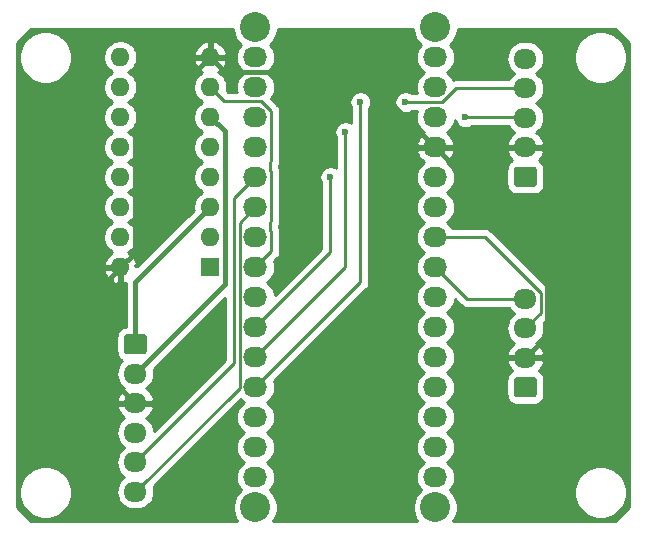
<source format=gbr>
%TF.GenerationSoftware,KiCad,Pcbnew,(5.1.6)-1*%
%TF.CreationDate,2020-07-20T20:39:59-04:00*%
%TF.ProjectId,KiCAD,4b694341-442e-46b6-9963-61645f706362,rev?*%
%TF.SameCoordinates,Original*%
%TF.FileFunction,Copper,L1,Top*%
%TF.FilePolarity,Positive*%
%FSLAX46Y46*%
G04 Gerber Fmt 4.6, Leading zero omitted, Abs format (unit mm)*
G04 Created by KiCad (PCBNEW (5.1.6)-1) date 2020-07-20 20:39:59*
%MOMM*%
%LPD*%
G01*
G04 APERTURE LIST*
%TA.AperFunction,ComponentPad*%
%ADD10O,1.600000X1.600000*%
%TD*%
%TA.AperFunction,ComponentPad*%
%ADD11R,1.600000X1.600000*%
%TD*%
%TA.AperFunction,ComponentPad*%
%ADD12O,1.950000X1.700000*%
%TD*%
%TA.AperFunction,ComponentPad*%
%ADD13O,2.032000X1.727200*%
%TD*%
%TA.AperFunction,ComponentPad*%
%ADD14C,2.540000*%
%TD*%
%TA.AperFunction,ViaPad*%
%ADD15C,0.600000*%
%TD*%
%TA.AperFunction,Conductor*%
%ADD16C,0.250000*%
%TD*%
%TA.AperFunction,Conductor*%
%ADD17C,0.400000*%
%TD*%
%TA.AperFunction,Conductor*%
%ADD18C,0.254000*%
%TD*%
G04 APERTURE END LIST*
D10*
%TO.P,U1,16*%
%TO.N,+5V*%
X128016000Y-89027000D03*
%TO.P,U1,8*%
X135636000Y-71247000D03*
%TO.P,U1,15*%
%TO.N,Net-(U1-Pad15)*%
X128016000Y-86487000D03*
%TO.P,U1,7*%
%TO.N,/5(\u002A\u002A)*%
X135636000Y-73787000D03*
%TO.P,U1,14*%
%TO.N,Net-(U1-Pad14)*%
X128016000Y-83947000D03*
%TO.P,U1,6*%
%TO.N,Net-(J1-Pad2)*%
X135636000Y-76327000D03*
%TO.P,U1,13*%
%TO.N,GND*%
X128016000Y-81407000D03*
%TO.P,U1,5*%
X135636000Y-78867000D03*
%TO.P,U1,12*%
X128016000Y-78867000D03*
%TO.P,U1,4*%
X135636000Y-81407000D03*
%TO.P,U1,11*%
%TO.N,Net-(U1-Pad11)*%
X128016000Y-76327000D03*
%TO.P,U1,3*%
%TO.N,Net-(J1-Pad1)*%
X135636000Y-83947000D03*
%TO.P,U1,10*%
%TO.N,Net-(U1-Pad10)*%
X128016000Y-73787000D03*
%TO.P,U1,2*%
%TO.N,/4*%
X135636000Y-86487000D03*
%TO.P,U1,9*%
%TO.N,Net-(U1-Pad9)*%
X128016000Y-71247000D03*
D11*
%TO.P,U1,1*%
%TO.N,/6(\u002A\u002A)*%
X135636000Y-89027000D03*
%TD*%
D12*
%TO.P,J3,4*%
%TO.N,/A4*%
X162306000Y-91687000D03*
%TO.P,J3,3*%
%TO.N,/A5*%
X162306000Y-94187000D03*
%TO.P,J3,2*%
%TO.N,+5V*%
X162306000Y-96687000D03*
%TO.P,J3,1*%
%TO.N,GND*%
%TA.AperFunction,ComponentPad*%
G36*
G01*
X163031000Y-100037000D02*
X161581000Y-100037000D01*
G75*
G02*
X161331000Y-99787000I0J250000D01*
G01*
X161331000Y-98587000D01*
G75*
G02*
X161581000Y-98337000I250000J0D01*
G01*
X163031000Y-98337000D01*
G75*
G02*
X163281000Y-98587000I0J-250000D01*
G01*
X163281000Y-99787000D01*
G75*
G02*
X163031000Y-100037000I-250000J0D01*
G01*
G37*
%TD.AperFunction*%
%TD*%
%TO.P,J1,6*%
%TO.N,/3(\u002A\u002A)*%
X129286000Y-108037000D03*
%TO.P,J1,5*%
%TO.N,/2*%
X129286000Y-105537000D03*
%TO.P,J1,4*%
%TO.N,GND*%
X129286000Y-103037000D03*
%TO.P,J1,3*%
%TO.N,+5V*%
X129286000Y-100537000D03*
%TO.P,J1,2*%
%TO.N,Net-(J1-Pad2)*%
X129286000Y-98037000D03*
%TO.P,J1,1*%
%TO.N,Net-(J1-Pad1)*%
%TA.AperFunction,ComponentPad*%
G36*
G01*
X128561000Y-94687000D02*
X130011000Y-94687000D01*
G75*
G02*
X130261000Y-94937000I0J-250000D01*
G01*
X130261000Y-96137000D01*
G75*
G02*
X130011000Y-96387000I-250000J0D01*
G01*
X128561000Y-96387000D01*
G75*
G02*
X128311000Y-96137000I0J250000D01*
G01*
X128311000Y-94937000D01*
G75*
G02*
X128561000Y-94687000I250000J0D01*
G01*
G37*
%TD.AperFunction*%
%TD*%
%TO.P,J2,5*%
%TO.N,/9(\u002A\u002A)*%
X162306000Y-71367000D03*
%TO.P,J2,4*%
%TO.N,/8*%
X162306000Y-73867000D03*
%TO.P,J2,3*%
%TO.N,/7*%
X162306000Y-76367000D03*
%TO.P,J2,2*%
%TO.N,+5V*%
X162306000Y-78867000D03*
%TO.P,J2,1*%
%TO.N,GND*%
%TA.AperFunction,ComponentPad*%
G36*
G01*
X163031000Y-82217000D02*
X161581000Y-82217000D01*
G75*
G02*
X161331000Y-81967000I0J250000D01*
G01*
X161331000Y-80767000D01*
G75*
G02*
X161581000Y-80517000I250000J0D01*
G01*
X163031000Y-80517000D01*
G75*
G02*
X163281000Y-80767000I0J-250000D01*
G01*
X163281000Y-81967000D01*
G75*
G02*
X163031000Y-82217000I-250000J0D01*
G01*
G37*
%TD.AperFunction*%
%TD*%
D13*
%TO.P,P1,1*%
%TO.N,/1(Tx)*%
X139446000Y-71247000D03*
%TO.P,P1,2*%
%TO.N,/0(Rx)*%
X139446000Y-73787000D03*
%TO.P,P1,3*%
%TO.N,/Reset*%
X139446000Y-76327000D03*
%TO.P,P1,4*%
%TO.N,GND*%
X139446000Y-78867000D03*
%TO.P,P1,5*%
%TO.N,/2*%
X139446000Y-81407000D03*
%TO.P,P1,6*%
%TO.N,/3(\u002A\u002A)*%
X139446000Y-83947000D03*
%TO.P,P1,7*%
%TO.N,/4*%
X139446000Y-86487000D03*
%TO.P,P1,8*%
%TO.N,/5(\u002A\u002A)*%
X139446000Y-89027000D03*
%TO.P,P1,9*%
%TO.N,/6(\u002A\u002A)*%
X139446000Y-91567000D03*
%TO.P,P1,10*%
%TO.N,/7*%
X139446000Y-94107000D03*
%TO.P,P1,11*%
%TO.N,/8*%
X139446000Y-96647000D03*
%TO.P,P1,12*%
%TO.N,/9(\u002A\u002A)*%
X139446000Y-99187000D03*
%TO.P,P1,13*%
%TO.N,/10(\u002A\u002A/SS)*%
X139446000Y-101727000D03*
%TO.P,P1,14*%
%TO.N,/11(\u002A\u002A/MOSI)*%
X139446000Y-104267000D03*
%TO.P,P1,15*%
%TO.N,/12(MISO)*%
X139446000Y-106807000D03*
%TD*%
%TO.P,P2,1*%
%TO.N,/Vin*%
X154686000Y-71247000D03*
%TO.P,P2,2*%
%TO.N,GND*%
X154686000Y-73787000D03*
%TO.P,P2,3*%
%TO.N,/Reset*%
X154686000Y-76327000D03*
%TO.P,P2,4*%
%TO.N,+5V*%
X154686000Y-78867000D03*
%TO.P,P2,5*%
%TO.N,/A7*%
X154686000Y-81407000D03*
%TO.P,P2,6*%
%TO.N,/A6*%
X154686000Y-83947000D03*
%TO.P,P2,7*%
%TO.N,/A5*%
X154686000Y-86487000D03*
%TO.P,P2,8*%
%TO.N,/A4*%
X154686000Y-89027000D03*
%TO.P,P2,9*%
%TO.N,/A3*%
X154686000Y-91567000D03*
%TO.P,P2,10*%
%TO.N,/A2*%
X154686000Y-94107000D03*
%TO.P,P2,11*%
%TO.N,/A1*%
X154686000Y-96647000D03*
%TO.P,P2,12*%
%TO.N,/A0*%
X154686000Y-99187000D03*
%TO.P,P2,13*%
%TO.N,/AREF*%
X154686000Y-101727000D03*
%TO.P,P2,14*%
%TO.N,+3V3*%
X154686000Y-104267000D03*
%TO.P,P2,15*%
%TO.N,/13(SCK)*%
X154686000Y-106807000D03*
%TD*%
D14*
%TO.P,P3,1*%
%TO.N,Net-(P3-Pad1)*%
X139446000Y-68707000D03*
%TD*%
%TO.P,P4,1*%
%TO.N,Net-(P4-Pad1)*%
X139446000Y-109347000D03*
%TD*%
%TO.P,P5,1*%
%TO.N,Net-(P5-Pad1)*%
X154686000Y-109347000D03*
%TD*%
%TO.P,P6,1*%
%TO.N,Net-(P6-Pad1)*%
X154686000Y-68707000D03*
%TD*%
D15*
%TO.N,/7*%
X145796000Y-81407000D03*
X157226000Y-76327000D03*
%TO.N,/8*%
X147066000Y-77597000D03*
X152146000Y-75057000D03*
%TO.N,/9(\u002A\u002A)*%
X148336000Y-75057000D03*
%TD*%
D16*
%TO.N,/2*%
X137654981Y-83198019D02*
X139446000Y-81407000D01*
X137654981Y-97168019D02*
X137654981Y-83198019D01*
X129286000Y-105537000D02*
X137654981Y-97168019D01*
%TO.N,/3(\u002A\u002A)*%
X138104990Y-99218010D02*
X129286000Y-108037000D01*
X138104990Y-85288010D02*
X138104990Y-99218010D01*
X139446000Y-83947000D02*
X138104990Y-85288010D01*
%TO.N,/5(\u002A\u002A)*%
X140787010Y-87685990D02*
X139446000Y-89027000D01*
X140716000Y-85923652D02*
X140787010Y-85994662D01*
X140787010Y-85145990D02*
X140716000Y-85217000D01*
X140787010Y-80914662D02*
X140787010Y-85145990D01*
X140716000Y-80843652D02*
X140787010Y-80914662D01*
X140716000Y-80137000D02*
X140716000Y-80843652D01*
X140787010Y-80065990D02*
X140716000Y-80137000D01*
X140787010Y-75834662D02*
X140787010Y-80065990D01*
X139927958Y-74975610D02*
X140787010Y-75834662D01*
X140787010Y-85994662D02*
X140787010Y-87685990D01*
X136824610Y-74975610D02*
X139927958Y-74975610D01*
X140716000Y-85217000D02*
X140716000Y-85923652D01*
X135636000Y-73787000D02*
X136824610Y-74975610D01*
%TO.N,/7*%
X139446000Y-94107000D02*
X145796000Y-87757000D01*
X145796000Y-87757000D02*
X145796000Y-81407000D01*
X162266000Y-76327000D02*
X162306000Y-76367000D01*
X157226000Y-76327000D02*
X162266000Y-76327000D01*
%TO.N,/8*%
X139446000Y-96647000D02*
X147066000Y-89027000D01*
X147066000Y-89027000D02*
X147066000Y-77597000D01*
X156439348Y-73867000D02*
X162306000Y-73867000D01*
X155249348Y-75057000D02*
X156439348Y-73867000D01*
X152146000Y-75057000D02*
X155249348Y-75057000D01*
%TO.N,/9(\u002A\u002A)*%
X139446000Y-99187000D02*
X148336000Y-90297000D01*
X148336000Y-90297000D02*
X148336000Y-75057000D01*
D17*
%TO.N,+5V*%
X164131019Y-88312019D02*
X154686000Y-78867000D01*
X164131019Y-94861981D02*
X164131019Y-88312019D01*
X162306000Y-96687000D02*
X164131019Y-94861981D01*
X162306000Y-78867000D02*
X154686000Y-78867000D01*
X136912390Y-72523390D02*
X135636000Y-71247000D01*
X148342390Y-72523390D02*
X136912390Y-72523390D01*
X154686000Y-78867000D02*
X148342390Y-72523390D01*
X129216001Y-77666999D02*
X135636000Y-71247000D01*
X129216001Y-87826999D02*
X129216001Y-77666999D01*
X128016000Y-89027000D02*
X129216001Y-87826999D01*
X127216001Y-89826999D02*
X127216001Y-98467001D01*
X127216001Y-98467001D02*
X129286000Y-100537000D01*
X128016000Y-89027000D02*
X127216001Y-89826999D01*
D16*
%TO.N,/A5*%
X158892715Y-86487000D02*
X154686000Y-86487000D01*
X163606010Y-91200295D02*
X158892715Y-86487000D01*
X163606010Y-92886990D02*
X163606010Y-91200295D01*
X162306000Y-94187000D02*
X163606010Y-92886990D01*
%TO.N,/A4*%
X157346000Y-91687000D02*
X154686000Y-89027000D01*
X162306000Y-91687000D02*
X157346000Y-91687000D01*
D17*
%TO.N,Net-(J1-Pad2)*%
X136836001Y-77527001D02*
X135636000Y-76327000D01*
X136836001Y-90486999D02*
X136836001Y-77527001D01*
X129286000Y-98037000D02*
X136836001Y-90486999D01*
%TO.N,Net-(J1-Pad1)*%
X129286000Y-90297000D02*
X135636000Y-83947000D01*
X129286000Y-95537000D02*
X129286000Y-90297000D01*
%TD*%
D18*
%TO.N,+5V*%
G36*
X137541000Y-68894626D02*
G01*
X137614209Y-69262668D01*
X137757811Y-69609356D01*
X137966290Y-69921366D01*
X138228048Y-70183124D01*
X138041531Y-70410394D01*
X137902375Y-70670736D01*
X137816684Y-70953223D01*
X137787749Y-71247000D01*
X137816684Y-71540777D01*
X137902375Y-71823264D01*
X138041531Y-72083606D01*
X138228803Y-72311797D01*
X138456994Y-72499069D01*
X138490540Y-72517000D01*
X138456994Y-72534931D01*
X138228803Y-72722203D01*
X138041531Y-72950394D01*
X137902375Y-73210736D01*
X137816684Y-73493223D01*
X137787749Y-73787000D01*
X137816684Y-74080777D01*
X137857585Y-74215610D01*
X137139413Y-74215610D01*
X137034688Y-74110886D01*
X137071000Y-73928335D01*
X137071000Y-73645665D01*
X137015853Y-73368426D01*
X136907680Y-73107273D01*
X136750637Y-72872241D01*
X136550759Y-72672363D01*
X136315727Y-72515320D01*
X136305135Y-72510933D01*
X136491131Y-72399385D01*
X136699519Y-72210414D01*
X136867037Y-71984420D01*
X136987246Y-71730087D01*
X137027904Y-71596039D01*
X136905915Y-71374000D01*
X135763000Y-71374000D01*
X135763000Y-71394000D01*
X135509000Y-71394000D01*
X135509000Y-71374000D01*
X134366085Y-71374000D01*
X134244096Y-71596039D01*
X134284754Y-71730087D01*
X134404963Y-71984420D01*
X134572481Y-72210414D01*
X134780869Y-72399385D01*
X134966865Y-72510933D01*
X134956273Y-72515320D01*
X134721241Y-72672363D01*
X134521363Y-72872241D01*
X134364320Y-73107273D01*
X134256147Y-73368426D01*
X134201000Y-73645665D01*
X134201000Y-73928335D01*
X134256147Y-74205574D01*
X134364320Y-74466727D01*
X134521363Y-74701759D01*
X134721241Y-74901637D01*
X134953759Y-75057000D01*
X134721241Y-75212363D01*
X134521363Y-75412241D01*
X134364320Y-75647273D01*
X134256147Y-75908426D01*
X134201000Y-76185665D01*
X134201000Y-76468335D01*
X134256147Y-76745574D01*
X134364320Y-77006727D01*
X134521363Y-77241759D01*
X134721241Y-77441637D01*
X134953759Y-77597000D01*
X134721241Y-77752363D01*
X134521363Y-77952241D01*
X134364320Y-78187273D01*
X134256147Y-78448426D01*
X134201000Y-78725665D01*
X134201000Y-79008335D01*
X134256147Y-79285574D01*
X134364320Y-79546727D01*
X134521363Y-79781759D01*
X134721241Y-79981637D01*
X134953759Y-80137000D01*
X134721241Y-80292363D01*
X134521363Y-80492241D01*
X134364320Y-80727273D01*
X134256147Y-80988426D01*
X134201000Y-81265665D01*
X134201000Y-81548335D01*
X134256147Y-81825574D01*
X134364320Y-82086727D01*
X134521363Y-82321759D01*
X134721241Y-82521637D01*
X134953759Y-82677000D01*
X134721241Y-82832363D01*
X134521363Y-83032241D01*
X134364320Y-83267273D01*
X134256147Y-83528426D01*
X134201000Y-83805665D01*
X134201000Y-84088335D01*
X134219714Y-84182418D01*
X129451000Y-88951133D01*
X129451000Y-88899998D01*
X129285916Y-88899998D01*
X129407904Y-88677961D01*
X129367246Y-88543913D01*
X129247037Y-88289580D01*
X129079519Y-88063586D01*
X128871131Y-87874615D01*
X128685135Y-87763067D01*
X128695727Y-87758680D01*
X128930759Y-87601637D01*
X129130637Y-87401759D01*
X129287680Y-87166727D01*
X129395853Y-86905574D01*
X129451000Y-86628335D01*
X129451000Y-86345665D01*
X129395853Y-86068426D01*
X129287680Y-85807273D01*
X129130637Y-85572241D01*
X128930759Y-85372363D01*
X128698241Y-85217000D01*
X128930759Y-85061637D01*
X129130637Y-84861759D01*
X129287680Y-84626727D01*
X129395853Y-84365574D01*
X129451000Y-84088335D01*
X129451000Y-83805665D01*
X129395853Y-83528426D01*
X129287680Y-83267273D01*
X129130637Y-83032241D01*
X128930759Y-82832363D01*
X128698241Y-82677000D01*
X128930759Y-82521637D01*
X129130637Y-82321759D01*
X129287680Y-82086727D01*
X129395853Y-81825574D01*
X129451000Y-81548335D01*
X129451000Y-81265665D01*
X129395853Y-80988426D01*
X129287680Y-80727273D01*
X129130637Y-80492241D01*
X128930759Y-80292363D01*
X128698241Y-80137000D01*
X128930759Y-79981637D01*
X129130637Y-79781759D01*
X129287680Y-79546727D01*
X129395853Y-79285574D01*
X129451000Y-79008335D01*
X129451000Y-78725665D01*
X129395853Y-78448426D01*
X129287680Y-78187273D01*
X129130637Y-77952241D01*
X128930759Y-77752363D01*
X128698241Y-77597000D01*
X128930759Y-77441637D01*
X129130637Y-77241759D01*
X129287680Y-77006727D01*
X129395853Y-76745574D01*
X129451000Y-76468335D01*
X129451000Y-76185665D01*
X129395853Y-75908426D01*
X129287680Y-75647273D01*
X129130637Y-75412241D01*
X128930759Y-75212363D01*
X128698241Y-75057000D01*
X128930759Y-74901637D01*
X129130637Y-74701759D01*
X129287680Y-74466727D01*
X129395853Y-74205574D01*
X129451000Y-73928335D01*
X129451000Y-73645665D01*
X129395853Y-73368426D01*
X129287680Y-73107273D01*
X129130637Y-72872241D01*
X128930759Y-72672363D01*
X128698241Y-72517000D01*
X128930759Y-72361637D01*
X129130637Y-72161759D01*
X129287680Y-71926727D01*
X129395853Y-71665574D01*
X129451000Y-71388335D01*
X129451000Y-71105665D01*
X129409685Y-70897961D01*
X134244096Y-70897961D01*
X134366085Y-71120000D01*
X135509000Y-71120000D01*
X135509000Y-69976376D01*
X135763000Y-69976376D01*
X135763000Y-71120000D01*
X136905915Y-71120000D01*
X137027904Y-70897961D01*
X136987246Y-70763913D01*
X136867037Y-70509580D01*
X136699519Y-70283586D01*
X136491131Y-70094615D01*
X136249881Y-69949930D01*
X135985040Y-69855091D01*
X135763000Y-69976376D01*
X135509000Y-69976376D01*
X135286960Y-69855091D01*
X135022119Y-69949930D01*
X134780869Y-70094615D01*
X134572481Y-70283586D01*
X134404963Y-70509580D01*
X134284754Y-70763913D01*
X134244096Y-70897961D01*
X129409685Y-70897961D01*
X129395853Y-70828426D01*
X129287680Y-70567273D01*
X129130637Y-70332241D01*
X128930759Y-70132363D01*
X128695727Y-69975320D01*
X128434574Y-69867147D01*
X128157335Y-69812000D01*
X127874665Y-69812000D01*
X127597426Y-69867147D01*
X127336273Y-69975320D01*
X127101241Y-70132363D01*
X126901363Y-70332241D01*
X126744320Y-70567273D01*
X126636147Y-70828426D01*
X126581000Y-71105665D01*
X126581000Y-71388335D01*
X126636147Y-71665574D01*
X126744320Y-71926727D01*
X126901363Y-72161759D01*
X127101241Y-72361637D01*
X127333759Y-72517000D01*
X127101241Y-72672363D01*
X126901363Y-72872241D01*
X126744320Y-73107273D01*
X126636147Y-73368426D01*
X126581000Y-73645665D01*
X126581000Y-73928335D01*
X126636147Y-74205574D01*
X126744320Y-74466727D01*
X126901363Y-74701759D01*
X127101241Y-74901637D01*
X127333759Y-75057000D01*
X127101241Y-75212363D01*
X126901363Y-75412241D01*
X126744320Y-75647273D01*
X126636147Y-75908426D01*
X126581000Y-76185665D01*
X126581000Y-76468335D01*
X126636147Y-76745574D01*
X126744320Y-77006727D01*
X126901363Y-77241759D01*
X127101241Y-77441637D01*
X127333759Y-77597000D01*
X127101241Y-77752363D01*
X126901363Y-77952241D01*
X126744320Y-78187273D01*
X126636147Y-78448426D01*
X126581000Y-78725665D01*
X126581000Y-79008335D01*
X126636147Y-79285574D01*
X126744320Y-79546727D01*
X126901363Y-79781759D01*
X127101241Y-79981637D01*
X127333759Y-80137000D01*
X127101241Y-80292363D01*
X126901363Y-80492241D01*
X126744320Y-80727273D01*
X126636147Y-80988426D01*
X126581000Y-81265665D01*
X126581000Y-81548335D01*
X126636147Y-81825574D01*
X126744320Y-82086727D01*
X126901363Y-82321759D01*
X127101241Y-82521637D01*
X127333759Y-82677000D01*
X127101241Y-82832363D01*
X126901363Y-83032241D01*
X126744320Y-83267273D01*
X126636147Y-83528426D01*
X126581000Y-83805665D01*
X126581000Y-84088335D01*
X126636147Y-84365574D01*
X126744320Y-84626727D01*
X126901363Y-84861759D01*
X127101241Y-85061637D01*
X127333759Y-85217000D01*
X127101241Y-85372363D01*
X126901363Y-85572241D01*
X126744320Y-85807273D01*
X126636147Y-86068426D01*
X126581000Y-86345665D01*
X126581000Y-86628335D01*
X126636147Y-86905574D01*
X126744320Y-87166727D01*
X126901363Y-87401759D01*
X127101241Y-87601637D01*
X127336273Y-87758680D01*
X127346865Y-87763067D01*
X127160869Y-87874615D01*
X126952481Y-88063586D01*
X126784963Y-88289580D01*
X126664754Y-88543913D01*
X126624096Y-88677961D01*
X126746085Y-88900000D01*
X127889000Y-88900000D01*
X127889000Y-88880000D01*
X128143000Y-88880000D01*
X128143000Y-88900000D01*
X128163000Y-88900000D01*
X128163000Y-89154000D01*
X128143000Y-89154000D01*
X128143000Y-90297624D01*
X128365040Y-90418909D01*
X128451001Y-90388127D01*
X128451000Y-94059762D01*
X128387746Y-94065992D01*
X128221150Y-94116528D01*
X128067614Y-94198595D01*
X127933038Y-94309038D01*
X127822595Y-94443614D01*
X127740528Y-94597150D01*
X127689992Y-94763746D01*
X127672928Y-94937000D01*
X127672928Y-96137000D01*
X127689992Y-96310254D01*
X127740528Y-96476850D01*
X127822595Y-96630386D01*
X127933038Y-96764962D01*
X128067614Y-96875405D01*
X128169337Y-96929777D01*
X128105866Y-96981866D01*
X127920294Y-97207986D01*
X127782401Y-97465966D01*
X127697487Y-97745889D01*
X127668815Y-98037000D01*
X127697487Y-98328111D01*
X127782401Y-98608034D01*
X127920294Y-98866014D01*
X128105866Y-99092134D01*
X128331986Y-99277706D01*
X128357722Y-99291462D01*
X128151571Y-99447951D01*
X127958504Y-99665807D01*
X127811648Y-99917142D01*
X127719524Y-100180110D01*
X127840845Y-100410000D01*
X129159000Y-100410000D01*
X129159000Y-100390000D01*
X129413000Y-100390000D01*
X129413000Y-100410000D01*
X130731155Y-100410000D01*
X130852476Y-100180110D01*
X130760352Y-99917142D01*
X130613496Y-99665807D01*
X130420429Y-99447951D01*
X130214278Y-99291462D01*
X130240014Y-99277706D01*
X130466134Y-99092134D01*
X130651706Y-98866014D01*
X130789599Y-98608034D01*
X130874513Y-98328111D01*
X130903185Y-98037000D01*
X130874513Y-97745889D01*
X130847390Y-97656477D01*
X136894981Y-91608887D01*
X136894981Y-96853216D01*
X130885971Y-102862227D01*
X130874513Y-102745889D01*
X130789599Y-102465966D01*
X130651706Y-102207986D01*
X130466134Y-101981866D01*
X130240014Y-101796294D01*
X130214278Y-101782538D01*
X130420429Y-101626049D01*
X130613496Y-101408193D01*
X130760352Y-101156858D01*
X130852476Y-100893890D01*
X130731155Y-100664000D01*
X129413000Y-100664000D01*
X129413000Y-100684000D01*
X129159000Y-100684000D01*
X129159000Y-100664000D01*
X127840845Y-100664000D01*
X127719524Y-100893890D01*
X127811648Y-101156858D01*
X127958504Y-101408193D01*
X128151571Y-101626049D01*
X128357722Y-101782538D01*
X128331986Y-101796294D01*
X128105866Y-101981866D01*
X127920294Y-102207986D01*
X127782401Y-102465966D01*
X127697487Y-102745889D01*
X127668815Y-103037000D01*
X127697487Y-103328111D01*
X127782401Y-103608034D01*
X127920294Y-103866014D01*
X128105866Y-104092134D01*
X128331986Y-104277706D01*
X128349374Y-104287000D01*
X128331986Y-104296294D01*
X128105866Y-104481866D01*
X127920294Y-104707986D01*
X127782401Y-104965966D01*
X127697487Y-105245889D01*
X127668815Y-105537000D01*
X127697487Y-105828111D01*
X127782401Y-106108034D01*
X127920294Y-106366014D01*
X128105866Y-106592134D01*
X128331986Y-106777706D01*
X128349374Y-106787000D01*
X128331986Y-106796294D01*
X128105866Y-106981866D01*
X127920294Y-107207986D01*
X127782401Y-107465966D01*
X127697487Y-107745889D01*
X127668815Y-108037000D01*
X127697487Y-108328111D01*
X127782401Y-108608034D01*
X127920294Y-108866014D01*
X128105866Y-109092134D01*
X128331986Y-109277706D01*
X128589966Y-109415599D01*
X128869889Y-109500513D01*
X129088050Y-109522000D01*
X129483950Y-109522000D01*
X129702111Y-109500513D01*
X129982034Y-109415599D01*
X130240014Y-109277706D01*
X130466134Y-109092134D01*
X130651706Y-108866014D01*
X130789599Y-108608034D01*
X130874513Y-108328111D01*
X130903185Y-108037000D01*
X130874513Y-107745889D01*
X130822704Y-107575097D01*
X138191481Y-100206321D01*
X138228803Y-100251797D01*
X138456994Y-100439069D01*
X138490540Y-100457000D01*
X138456994Y-100474931D01*
X138228803Y-100662203D01*
X138041531Y-100890394D01*
X137902375Y-101150736D01*
X137816684Y-101433223D01*
X137787749Y-101727000D01*
X137816684Y-102020777D01*
X137902375Y-102303264D01*
X138041531Y-102563606D01*
X138228803Y-102791797D01*
X138456994Y-102979069D01*
X138490540Y-102997000D01*
X138456994Y-103014931D01*
X138228803Y-103202203D01*
X138041531Y-103430394D01*
X137902375Y-103690736D01*
X137816684Y-103973223D01*
X137787749Y-104267000D01*
X137816684Y-104560777D01*
X137902375Y-104843264D01*
X138041531Y-105103606D01*
X138228803Y-105331797D01*
X138456994Y-105519069D01*
X138490540Y-105537000D01*
X138456994Y-105554931D01*
X138228803Y-105742203D01*
X138041531Y-105970394D01*
X137902375Y-106230736D01*
X137816684Y-106513223D01*
X137787749Y-106807000D01*
X137816684Y-107100777D01*
X137902375Y-107383264D01*
X138041531Y-107643606D01*
X138228048Y-107870876D01*
X137966290Y-108132634D01*
X137757811Y-108444644D01*
X137614209Y-108791332D01*
X137541000Y-109159374D01*
X137541000Y-109534626D01*
X137614209Y-109902668D01*
X137757811Y-110249356D01*
X137918605Y-110490000D01*
X120448606Y-110490000D01*
X119253000Y-109294394D01*
X119253000Y-107856872D01*
X119431000Y-107856872D01*
X119431000Y-108297128D01*
X119516890Y-108728925D01*
X119685369Y-109135669D01*
X119929962Y-109501729D01*
X120241271Y-109813038D01*
X120607331Y-110057631D01*
X121014075Y-110226110D01*
X121445872Y-110312000D01*
X121886128Y-110312000D01*
X122317925Y-110226110D01*
X122724669Y-110057631D01*
X123090729Y-109813038D01*
X123402038Y-109501729D01*
X123646631Y-109135669D01*
X123815110Y-108728925D01*
X123901000Y-108297128D01*
X123901000Y-107856872D01*
X123815110Y-107425075D01*
X123646631Y-107018331D01*
X123402038Y-106652271D01*
X123090729Y-106340962D01*
X122724669Y-106096369D01*
X122317925Y-105927890D01*
X121886128Y-105842000D01*
X121445872Y-105842000D01*
X121014075Y-105927890D01*
X120607331Y-106096369D01*
X120241271Y-106340962D01*
X119929962Y-106652271D01*
X119685369Y-107018331D01*
X119516890Y-107425075D01*
X119431000Y-107856872D01*
X119253000Y-107856872D01*
X119253000Y-89376039D01*
X126624096Y-89376039D01*
X126664754Y-89510087D01*
X126784963Y-89764420D01*
X126952481Y-89990414D01*
X127160869Y-90179385D01*
X127402119Y-90324070D01*
X127666960Y-90418909D01*
X127889000Y-90297624D01*
X127889000Y-89154000D01*
X126746085Y-89154000D01*
X126624096Y-89376039D01*
X119253000Y-89376039D01*
X119253000Y-71026872D01*
X119431000Y-71026872D01*
X119431000Y-71467128D01*
X119516890Y-71898925D01*
X119685369Y-72305669D01*
X119929962Y-72671729D01*
X120241271Y-72983038D01*
X120607331Y-73227631D01*
X121014075Y-73396110D01*
X121445872Y-73482000D01*
X121886128Y-73482000D01*
X122317925Y-73396110D01*
X122724669Y-73227631D01*
X123090729Y-72983038D01*
X123402038Y-72671729D01*
X123646631Y-72305669D01*
X123815110Y-71898925D01*
X123901000Y-71467128D01*
X123901000Y-71026872D01*
X123815110Y-70595075D01*
X123646631Y-70188331D01*
X123402038Y-69822271D01*
X123090729Y-69510962D01*
X122724669Y-69266369D01*
X122317925Y-69097890D01*
X121886128Y-69012000D01*
X121445872Y-69012000D01*
X121014075Y-69097890D01*
X120607331Y-69266369D01*
X120241271Y-69510962D01*
X119929962Y-69822271D01*
X119685369Y-70188331D01*
X119516890Y-70595075D01*
X119431000Y-71026872D01*
X119253000Y-71026872D01*
X119253000Y-70029606D01*
X120448606Y-68834000D01*
X137541000Y-68834000D01*
X137541000Y-68894626D01*
G37*
X137541000Y-68894626D02*
X137614209Y-69262668D01*
X137757811Y-69609356D01*
X137966290Y-69921366D01*
X138228048Y-70183124D01*
X138041531Y-70410394D01*
X137902375Y-70670736D01*
X137816684Y-70953223D01*
X137787749Y-71247000D01*
X137816684Y-71540777D01*
X137902375Y-71823264D01*
X138041531Y-72083606D01*
X138228803Y-72311797D01*
X138456994Y-72499069D01*
X138490540Y-72517000D01*
X138456994Y-72534931D01*
X138228803Y-72722203D01*
X138041531Y-72950394D01*
X137902375Y-73210736D01*
X137816684Y-73493223D01*
X137787749Y-73787000D01*
X137816684Y-74080777D01*
X137857585Y-74215610D01*
X137139413Y-74215610D01*
X137034688Y-74110886D01*
X137071000Y-73928335D01*
X137071000Y-73645665D01*
X137015853Y-73368426D01*
X136907680Y-73107273D01*
X136750637Y-72872241D01*
X136550759Y-72672363D01*
X136315727Y-72515320D01*
X136305135Y-72510933D01*
X136491131Y-72399385D01*
X136699519Y-72210414D01*
X136867037Y-71984420D01*
X136987246Y-71730087D01*
X137027904Y-71596039D01*
X136905915Y-71374000D01*
X135763000Y-71374000D01*
X135763000Y-71394000D01*
X135509000Y-71394000D01*
X135509000Y-71374000D01*
X134366085Y-71374000D01*
X134244096Y-71596039D01*
X134284754Y-71730087D01*
X134404963Y-71984420D01*
X134572481Y-72210414D01*
X134780869Y-72399385D01*
X134966865Y-72510933D01*
X134956273Y-72515320D01*
X134721241Y-72672363D01*
X134521363Y-72872241D01*
X134364320Y-73107273D01*
X134256147Y-73368426D01*
X134201000Y-73645665D01*
X134201000Y-73928335D01*
X134256147Y-74205574D01*
X134364320Y-74466727D01*
X134521363Y-74701759D01*
X134721241Y-74901637D01*
X134953759Y-75057000D01*
X134721241Y-75212363D01*
X134521363Y-75412241D01*
X134364320Y-75647273D01*
X134256147Y-75908426D01*
X134201000Y-76185665D01*
X134201000Y-76468335D01*
X134256147Y-76745574D01*
X134364320Y-77006727D01*
X134521363Y-77241759D01*
X134721241Y-77441637D01*
X134953759Y-77597000D01*
X134721241Y-77752363D01*
X134521363Y-77952241D01*
X134364320Y-78187273D01*
X134256147Y-78448426D01*
X134201000Y-78725665D01*
X134201000Y-79008335D01*
X134256147Y-79285574D01*
X134364320Y-79546727D01*
X134521363Y-79781759D01*
X134721241Y-79981637D01*
X134953759Y-80137000D01*
X134721241Y-80292363D01*
X134521363Y-80492241D01*
X134364320Y-80727273D01*
X134256147Y-80988426D01*
X134201000Y-81265665D01*
X134201000Y-81548335D01*
X134256147Y-81825574D01*
X134364320Y-82086727D01*
X134521363Y-82321759D01*
X134721241Y-82521637D01*
X134953759Y-82677000D01*
X134721241Y-82832363D01*
X134521363Y-83032241D01*
X134364320Y-83267273D01*
X134256147Y-83528426D01*
X134201000Y-83805665D01*
X134201000Y-84088335D01*
X134219714Y-84182418D01*
X129451000Y-88951133D01*
X129451000Y-88899998D01*
X129285916Y-88899998D01*
X129407904Y-88677961D01*
X129367246Y-88543913D01*
X129247037Y-88289580D01*
X129079519Y-88063586D01*
X128871131Y-87874615D01*
X128685135Y-87763067D01*
X128695727Y-87758680D01*
X128930759Y-87601637D01*
X129130637Y-87401759D01*
X129287680Y-87166727D01*
X129395853Y-86905574D01*
X129451000Y-86628335D01*
X129451000Y-86345665D01*
X129395853Y-86068426D01*
X129287680Y-85807273D01*
X129130637Y-85572241D01*
X128930759Y-85372363D01*
X128698241Y-85217000D01*
X128930759Y-85061637D01*
X129130637Y-84861759D01*
X129287680Y-84626727D01*
X129395853Y-84365574D01*
X129451000Y-84088335D01*
X129451000Y-83805665D01*
X129395853Y-83528426D01*
X129287680Y-83267273D01*
X129130637Y-83032241D01*
X128930759Y-82832363D01*
X128698241Y-82677000D01*
X128930759Y-82521637D01*
X129130637Y-82321759D01*
X129287680Y-82086727D01*
X129395853Y-81825574D01*
X129451000Y-81548335D01*
X129451000Y-81265665D01*
X129395853Y-80988426D01*
X129287680Y-80727273D01*
X129130637Y-80492241D01*
X128930759Y-80292363D01*
X128698241Y-80137000D01*
X128930759Y-79981637D01*
X129130637Y-79781759D01*
X129287680Y-79546727D01*
X129395853Y-79285574D01*
X129451000Y-79008335D01*
X129451000Y-78725665D01*
X129395853Y-78448426D01*
X129287680Y-78187273D01*
X129130637Y-77952241D01*
X128930759Y-77752363D01*
X128698241Y-77597000D01*
X128930759Y-77441637D01*
X129130637Y-77241759D01*
X129287680Y-77006727D01*
X129395853Y-76745574D01*
X129451000Y-76468335D01*
X129451000Y-76185665D01*
X129395853Y-75908426D01*
X129287680Y-75647273D01*
X129130637Y-75412241D01*
X128930759Y-75212363D01*
X128698241Y-75057000D01*
X128930759Y-74901637D01*
X129130637Y-74701759D01*
X129287680Y-74466727D01*
X129395853Y-74205574D01*
X129451000Y-73928335D01*
X129451000Y-73645665D01*
X129395853Y-73368426D01*
X129287680Y-73107273D01*
X129130637Y-72872241D01*
X128930759Y-72672363D01*
X128698241Y-72517000D01*
X128930759Y-72361637D01*
X129130637Y-72161759D01*
X129287680Y-71926727D01*
X129395853Y-71665574D01*
X129451000Y-71388335D01*
X129451000Y-71105665D01*
X129409685Y-70897961D01*
X134244096Y-70897961D01*
X134366085Y-71120000D01*
X135509000Y-71120000D01*
X135509000Y-69976376D01*
X135763000Y-69976376D01*
X135763000Y-71120000D01*
X136905915Y-71120000D01*
X137027904Y-70897961D01*
X136987246Y-70763913D01*
X136867037Y-70509580D01*
X136699519Y-70283586D01*
X136491131Y-70094615D01*
X136249881Y-69949930D01*
X135985040Y-69855091D01*
X135763000Y-69976376D01*
X135509000Y-69976376D01*
X135286960Y-69855091D01*
X135022119Y-69949930D01*
X134780869Y-70094615D01*
X134572481Y-70283586D01*
X134404963Y-70509580D01*
X134284754Y-70763913D01*
X134244096Y-70897961D01*
X129409685Y-70897961D01*
X129395853Y-70828426D01*
X129287680Y-70567273D01*
X129130637Y-70332241D01*
X128930759Y-70132363D01*
X128695727Y-69975320D01*
X128434574Y-69867147D01*
X128157335Y-69812000D01*
X127874665Y-69812000D01*
X127597426Y-69867147D01*
X127336273Y-69975320D01*
X127101241Y-70132363D01*
X126901363Y-70332241D01*
X126744320Y-70567273D01*
X126636147Y-70828426D01*
X126581000Y-71105665D01*
X126581000Y-71388335D01*
X126636147Y-71665574D01*
X126744320Y-71926727D01*
X126901363Y-72161759D01*
X127101241Y-72361637D01*
X127333759Y-72517000D01*
X127101241Y-72672363D01*
X126901363Y-72872241D01*
X126744320Y-73107273D01*
X126636147Y-73368426D01*
X126581000Y-73645665D01*
X126581000Y-73928335D01*
X126636147Y-74205574D01*
X126744320Y-74466727D01*
X126901363Y-74701759D01*
X127101241Y-74901637D01*
X127333759Y-75057000D01*
X127101241Y-75212363D01*
X126901363Y-75412241D01*
X126744320Y-75647273D01*
X126636147Y-75908426D01*
X126581000Y-76185665D01*
X126581000Y-76468335D01*
X126636147Y-76745574D01*
X126744320Y-77006727D01*
X126901363Y-77241759D01*
X127101241Y-77441637D01*
X127333759Y-77597000D01*
X127101241Y-77752363D01*
X126901363Y-77952241D01*
X126744320Y-78187273D01*
X126636147Y-78448426D01*
X126581000Y-78725665D01*
X126581000Y-79008335D01*
X126636147Y-79285574D01*
X126744320Y-79546727D01*
X126901363Y-79781759D01*
X127101241Y-79981637D01*
X127333759Y-80137000D01*
X127101241Y-80292363D01*
X126901363Y-80492241D01*
X126744320Y-80727273D01*
X126636147Y-80988426D01*
X126581000Y-81265665D01*
X126581000Y-81548335D01*
X126636147Y-81825574D01*
X126744320Y-82086727D01*
X126901363Y-82321759D01*
X127101241Y-82521637D01*
X127333759Y-82677000D01*
X127101241Y-82832363D01*
X126901363Y-83032241D01*
X126744320Y-83267273D01*
X126636147Y-83528426D01*
X126581000Y-83805665D01*
X126581000Y-84088335D01*
X126636147Y-84365574D01*
X126744320Y-84626727D01*
X126901363Y-84861759D01*
X127101241Y-85061637D01*
X127333759Y-85217000D01*
X127101241Y-85372363D01*
X126901363Y-85572241D01*
X126744320Y-85807273D01*
X126636147Y-86068426D01*
X126581000Y-86345665D01*
X126581000Y-86628335D01*
X126636147Y-86905574D01*
X126744320Y-87166727D01*
X126901363Y-87401759D01*
X127101241Y-87601637D01*
X127336273Y-87758680D01*
X127346865Y-87763067D01*
X127160869Y-87874615D01*
X126952481Y-88063586D01*
X126784963Y-88289580D01*
X126664754Y-88543913D01*
X126624096Y-88677961D01*
X126746085Y-88900000D01*
X127889000Y-88900000D01*
X127889000Y-88880000D01*
X128143000Y-88880000D01*
X128143000Y-88900000D01*
X128163000Y-88900000D01*
X128163000Y-89154000D01*
X128143000Y-89154000D01*
X128143000Y-90297624D01*
X128365040Y-90418909D01*
X128451001Y-90388127D01*
X128451000Y-94059762D01*
X128387746Y-94065992D01*
X128221150Y-94116528D01*
X128067614Y-94198595D01*
X127933038Y-94309038D01*
X127822595Y-94443614D01*
X127740528Y-94597150D01*
X127689992Y-94763746D01*
X127672928Y-94937000D01*
X127672928Y-96137000D01*
X127689992Y-96310254D01*
X127740528Y-96476850D01*
X127822595Y-96630386D01*
X127933038Y-96764962D01*
X128067614Y-96875405D01*
X128169337Y-96929777D01*
X128105866Y-96981866D01*
X127920294Y-97207986D01*
X127782401Y-97465966D01*
X127697487Y-97745889D01*
X127668815Y-98037000D01*
X127697487Y-98328111D01*
X127782401Y-98608034D01*
X127920294Y-98866014D01*
X128105866Y-99092134D01*
X128331986Y-99277706D01*
X128357722Y-99291462D01*
X128151571Y-99447951D01*
X127958504Y-99665807D01*
X127811648Y-99917142D01*
X127719524Y-100180110D01*
X127840845Y-100410000D01*
X129159000Y-100410000D01*
X129159000Y-100390000D01*
X129413000Y-100390000D01*
X129413000Y-100410000D01*
X130731155Y-100410000D01*
X130852476Y-100180110D01*
X130760352Y-99917142D01*
X130613496Y-99665807D01*
X130420429Y-99447951D01*
X130214278Y-99291462D01*
X130240014Y-99277706D01*
X130466134Y-99092134D01*
X130651706Y-98866014D01*
X130789599Y-98608034D01*
X130874513Y-98328111D01*
X130903185Y-98037000D01*
X130874513Y-97745889D01*
X130847390Y-97656477D01*
X136894981Y-91608887D01*
X136894981Y-96853216D01*
X130885971Y-102862227D01*
X130874513Y-102745889D01*
X130789599Y-102465966D01*
X130651706Y-102207986D01*
X130466134Y-101981866D01*
X130240014Y-101796294D01*
X130214278Y-101782538D01*
X130420429Y-101626049D01*
X130613496Y-101408193D01*
X130760352Y-101156858D01*
X130852476Y-100893890D01*
X130731155Y-100664000D01*
X129413000Y-100664000D01*
X129413000Y-100684000D01*
X129159000Y-100684000D01*
X129159000Y-100664000D01*
X127840845Y-100664000D01*
X127719524Y-100893890D01*
X127811648Y-101156858D01*
X127958504Y-101408193D01*
X128151571Y-101626049D01*
X128357722Y-101782538D01*
X128331986Y-101796294D01*
X128105866Y-101981866D01*
X127920294Y-102207986D01*
X127782401Y-102465966D01*
X127697487Y-102745889D01*
X127668815Y-103037000D01*
X127697487Y-103328111D01*
X127782401Y-103608034D01*
X127920294Y-103866014D01*
X128105866Y-104092134D01*
X128331986Y-104277706D01*
X128349374Y-104287000D01*
X128331986Y-104296294D01*
X128105866Y-104481866D01*
X127920294Y-104707986D01*
X127782401Y-104965966D01*
X127697487Y-105245889D01*
X127668815Y-105537000D01*
X127697487Y-105828111D01*
X127782401Y-106108034D01*
X127920294Y-106366014D01*
X128105866Y-106592134D01*
X128331986Y-106777706D01*
X128349374Y-106787000D01*
X128331986Y-106796294D01*
X128105866Y-106981866D01*
X127920294Y-107207986D01*
X127782401Y-107465966D01*
X127697487Y-107745889D01*
X127668815Y-108037000D01*
X127697487Y-108328111D01*
X127782401Y-108608034D01*
X127920294Y-108866014D01*
X128105866Y-109092134D01*
X128331986Y-109277706D01*
X128589966Y-109415599D01*
X128869889Y-109500513D01*
X129088050Y-109522000D01*
X129483950Y-109522000D01*
X129702111Y-109500513D01*
X129982034Y-109415599D01*
X130240014Y-109277706D01*
X130466134Y-109092134D01*
X130651706Y-108866014D01*
X130789599Y-108608034D01*
X130874513Y-108328111D01*
X130903185Y-108037000D01*
X130874513Y-107745889D01*
X130822704Y-107575097D01*
X138191481Y-100206321D01*
X138228803Y-100251797D01*
X138456994Y-100439069D01*
X138490540Y-100457000D01*
X138456994Y-100474931D01*
X138228803Y-100662203D01*
X138041531Y-100890394D01*
X137902375Y-101150736D01*
X137816684Y-101433223D01*
X137787749Y-101727000D01*
X137816684Y-102020777D01*
X137902375Y-102303264D01*
X138041531Y-102563606D01*
X138228803Y-102791797D01*
X138456994Y-102979069D01*
X138490540Y-102997000D01*
X138456994Y-103014931D01*
X138228803Y-103202203D01*
X138041531Y-103430394D01*
X137902375Y-103690736D01*
X137816684Y-103973223D01*
X137787749Y-104267000D01*
X137816684Y-104560777D01*
X137902375Y-104843264D01*
X138041531Y-105103606D01*
X138228803Y-105331797D01*
X138456994Y-105519069D01*
X138490540Y-105537000D01*
X138456994Y-105554931D01*
X138228803Y-105742203D01*
X138041531Y-105970394D01*
X137902375Y-106230736D01*
X137816684Y-106513223D01*
X137787749Y-106807000D01*
X137816684Y-107100777D01*
X137902375Y-107383264D01*
X138041531Y-107643606D01*
X138228048Y-107870876D01*
X137966290Y-108132634D01*
X137757811Y-108444644D01*
X137614209Y-108791332D01*
X137541000Y-109159374D01*
X137541000Y-109534626D01*
X137614209Y-109902668D01*
X137757811Y-110249356D01*
X137918605Y-110490000D01*
X120448606Y-110490000D01*
X119253000Y-109294394D01*
X119253000Y-107856872D01*
X119431000Y-107856872D01*
X119431000Y-108297128D01*
X119516890Y-108728925D01*
X119685369Y-109135669D01*
X119929962Y-109501729D01*
X120241271Y-109813038D01*
X120607331Y-110057631D01*
X121014075Y-110226110D01*
X121445872Y-110312000D01*
X121886128Y-110312000D01*
X122317925Y-110226110D01*
X122724669Y-110057631D01*
X123090729Y-109813038D01*
X123402038Y-109501729D01*
X123646631Y-109135669D01*
X123815110Y-108728925D01*
X123901000Y-108297128D01*
X123901000Y-107856872D01*
X123815110Y-107425075D01*
X123646631Y-107018331D01*
X123402038Y-106652271D01*
X123090729Y-106340962D01*
X122724669Y-106096369D01*
X122317925Y-105927890D01*
X121886128Y-105842000D01*
X121445872Y-105842000D01*
X121014075Y-105927890D01*
X120607331Y-106096369D01*
X120241271Y-106340962D01*
X119929962Y-106652271D01*
X119685369Y-107018331D01*
X119516890Y-107425075D01*
X119431000Y-107856872D01*
X119253000Y-107856872D01*
X119253000Y-89376039D01*
X126624096Y-89376039D01*
X126664754Y-89510087D01*
X126784963Y-89764420D01*
X126952481Y-89990414D01*
X127160869Y-90179385D01*
X127402119Y-90324070D01*
X127666960Y-90418909D01*
X127889000Y-90297624D01*
X127889000Y-89154000D01*
X126746085Y-89154000D01*
X126624096Y-89376039D01*
X119253000Y-89376039D01*
X119253000Y-71026872D01*
X119431000Y-71026872D01*
X119431000Y-71467128D01*
X119516890Y-71898925D01*
X119685369Y-72305669D01*
X119929962Y-72671729D01*
X120241271Y-72983038D01*
X120607331Y-73227631D01*
X121014075Y-73396110D01*
X121445872Y-73482000D01*
X121886128Y-73482000D01*
X122317925Y-73396110D01*
X122724669Y-73227631D01*
X123090729Y-72983038D01*
X123402038Y-72671729D01*
X123646631Y-72305669D01*
X123815110Y-71898925D01*
X123901000Y-71467128D01*
X123901000Y-71026872D01*
X123815110Y-70595075D01*
X123646631Y-70188331D01*
X123402038Y-69822271D01*
X123090729Y-69510962D01*
X122724669Y-69266369D01*
X122317925Y-69097890D01*
X121886128Y-69012000D01*
X121445872Y-69012000D01*
X121014075Y-69097890D01*
X120607331Y-69266369D01*
X120241271Y-69510962D01*
X119929962Y-69822271D01*
X119685369Y-70188331D01*
X119516890Y-70595075D01*
X119431000Y-71026872D01*
X119253000Y-71026872D01*
X119253000Y-70029606D01*
X120448606Y-68834000D01*
X137541000Y-68834000D01*
X137541000Y-68894626D01*
G36*
X152781000Y-68894626D02*
G01*
X152854209Y-69262668D01*
X152997811Y-69609356D01*
X153206290Y-69921366D01*
X153468048Y-70183124D01*
X153281531Y-70410394D01*
X153142375Y-70670736D01*
X153056684Y-70953223D01*
X153027749Y-71247000D01*
X153056684Y-71540777D01*
X153142375Y-71823264D01*
X153281531Y-72083606D01*
X153468803Y-72311797D01*
X153696994Y-72499069D01*
X153730540Y-72517000D01*
X153696994Y-72534931D01*
X153468803Y-72722203D01*
X153281531Y-72950394D01*
X153142375Y-73210736D01*
X153056684Y-73493223D01*
X153027749Y-73787000D01*
X153056684Y-74080777D01*
X153122274Y-74297000D01*
X152691535Y-74297000D01*
X152588889Y-74228414D01*
X152418729Y-74157932D01*
X152238089Y-74122000D01*
X152053911Y-74122000D01*
X151873271Y-74157932D01*
X151703111Y-74228414D01*
X151549972Y-74330738D01*
X151419738Y-74460972D01*
X151317414Y-74614111D01*
X151246932Y-74784271D01*
X151211000Y-74964911D01*
X151211000Y-75149089D01*
X151246932Y-75329729D01*
X151317414Y-75499889D01*
X151419738Y-75653028D01*
X151549972Y-75783262D01*
X151703111Y-75885586D01*
X151873271Y-75956068D01*
X152053911Y-75992000D01*
X152238089Y-75992000D01*
X152418729Y-75956068D01*
X152588889Y-75885586D01*
X152691535Y-75817000D01*
X153122274Y-75817000D01*
X153056684Y-76033223D01*
X153027749Y-76327000D01*
X153056684Y-76620777D01*
X153142375Y-76903264D01*
X153281531Y-77163606D01*
X153468803Y-77391797D01*
X153696994Y-77579069D01*
X153736947Y-77600424D01*
X153534271Y-77748514D01*
X153335267Y-77964965D01*
X153182314Y-78216081D01*
X153081291Y-78492211D01*
X153078642Y-78507974D01*
X153199783Y-78740000D01*
X154559000Y-78740000D01*
X154559000Y-78720000D01*
X154813000Y-78720000D01*
X154813000Y-78740000D01*
X156172217Y-78740000D01*
X156293358Y-78507974D01*
X156290709Y-78492211D01*
X156189686Y-78216081D01*
X156036733Y-77964965D01*
X155837729Y-77748514D01*
X155635053Y-77600424D01*
X155675006Y-77579069D01*
X155903197Y-77391797D01*
X156090469Y-77163606D01*
X156229625Y-76903264D01*
X156315316Y-76620777D01*
X156320549Y-76567642D01*
X156326932Y-76599729D01*
X156397414Y-76769889D01*
X156499738Y-76923028D01*
X156629972Y-77053262D01*
X156783111Y-77155586D01*
X156953271Y-77226068D01*
X157133911Y-77262000D01*
X157318089Y-77262000D01*
X157498729Y-77226068D01*
X157668889Y-77155586D01*
X157771535Y-77087000D01*
X160882025Y-77087000D01*
X160940294Y-77196014D01*
X161125866Y-77422134D01*
X161351986Y-77607706D01*
X161377722Y-77621462D01*
X161171571Y-77777951D01*
X160978504Y-77995807D01*
X160831648Y-78247142D01*
X160739524Y-78510110D01*
X160860845Y-78740000D01*
X162179000Y-78740000D01*
X162179000Y-78720000D01*
X162433000Y-78720000D01*
X162433000Y-78740000D01*
X163751155Y-78740000D01*
X163872476Y-78510110D01*
X163780352Y-78247142D01*
X163633496Y-77995807D01*
X163440429Y-77777951D01*
X163234278Y-77621462D01*
X163260014Y-77607706D01*
X163486134Y-77422134D01*
X163671706Y-77196014D01*
X163809599Y-76938034D01*
X163894513Y-76658111D01*
X163923185Y-76367000D01*
X163894513Y-76075889D01*
X163809599Y-75795966D01*
X163671706Y-75537986D01*
X163486134Y-75311866D01*
X163260014Y-75126294D01*
X163242626Y-75117000D01*
X163260014Y-75107706D01*
X163486134Y-74922134D01*
X163671706Y-74696014D01*
X163809599Y-74438034D01*
X163894513Y-74158111D01*
X163923185Y-73867000D01*
X163894513Y-73575889D01*
X163809599Y-73295966D01*
X163671706Y-73037986D01*
X163486134Y-72811866D01*
X163260014Y-72626294D01*
X163242626Y-72617000D01*
X163260014Y-72607706D01*
X163486134Y-72422134D01*
X163671706Y-72196014D01*
X163809599Y-71938034D01*
X163894513Y-71658111D01*
X163923185Y-71367000D01*
X163894513Y-71075889D01*
X163879644Y-71026872D01*
X166421000Y-71026872D01*
X166421000Y-71467128D01*
X166506890Y-71898925D01*
X166675369Y-72305669D01*
X166919962Y-72671729D01*
X167231271Y-72983038D01*
X167597331Y-73227631D01*
X168004075Y-73396110D01*
X168435872Y-73482000D01*
X168876128Y-73482000D01*
X169307925Y-73396110D01*
X169714669Y-73227631D01*
X170080729Y-72983038D01*
X170392038Y-72671729D01*
X170636631Y-72305669D01*
X170805110Y-71898925D01*
X170891000Y-71467128D01*
X170891000Y-71026872D01*
X170805110Y-70595075D01*
X170636631Y-70188331D01*
X170392038Y-69822271D01*
X170080729Y-69510962D01*
X169714669Y-69266369D01*
X169307925Y-69097890D01*
X168876128Y-69012000D01*
X168435872Y-69012000D01*
X168004075Y-69097890D01*
X167597331Y-69266369D01*
X167231271Y-69510962D01*
X166919962Y-69822271D01*
X166675369Y-70188331D01*
X166506890Y-70595075D01*
X166421000Y-71026872D01*
X163879644Y-71026872D01*
X163809599Y-70795966D01*
X163671706Y-70537986D01*
X163486134Y-70311866D01*
X163260014Y-70126294D01*
X163002034Y-69988401D01*
X162722111Y-69903487D01*
X162503950Y-69882000D01*
X162108050Y-69882000D01*
X161889889Y-69903487D01*
X161609966Y-69988401D01*
X161351986Y-70126294D01*
X161125866Y-70311866D01*
X160940294Y-70537986D01*
X160802401Y-70795966D01*
X160717487Y-71075889D01*
X160688815Y-71367000D01*
X160717487Y-71658111D01*
X160802401Y-71938034D01*
X160940294Y-72196014D01*
X161125866Y-72422134D01*
X161351986Y-72607706D01*
X161369374Y-72617000D01*
X161351986Y-72626294D01*
X161125866Y-72811866D01*
X160940294Y-73037986D01*
X160903405Y-73107000D01*
X156476670Y-73107000D01*
X156439347Y-73103324D01*
X156402024Y-73107000D01*
X156402015Y-73107000D01*
X156290362Y-73117997D01*
X156195445Y-73146789D01*
X156090469Y-72950394D01*
X155903197Y-72722203D01*
X155675006Y-72534931D01*
X155641460Y-72517000D01*
X155675006Y-72499069D01*
X155903197Y-72311797D01*
X156090469Y-72083606D01*
X156229625Y-71823264D01*
X156315316Y-71540777D01*
X156344251Y-71247000D01*
X156315316Y-70953223D01*
X156229625Y-70670736D01*
X156090469Y-70410394D01*
X155903952Y-70183124D01*
X156165710Y-69921366D01*
X156374189Y-69609356D01*
X156517791Y-69262668D01*
X156591000Y-68894626D01*
X156591000Y-68834000D01*
X169873394Y-68834000D01*
X171069000Y-70029606D01*
X171069000Y-109294394D01*
X169873394Y-110490000D01*
X156213395Y-110490000D01*
X156374189Y-110249356D01*
X156517791Y-109902668D01*
X156591000Y-109534626D01*
X156591000Y-109159374D01*
X156517791Y-108791332D01*
X156374189Y-108444644D01*
X156165710Y-108132634D01*
X155903952Y-107870876D01*
X155915444Y-107856872D01*
X166421000Y-107856872D01*
X166421000Y-108297128D01*
X166506890Y-108728925D01*
X166675369Y-109135669D01*
X166919962Y-109501729D01*
X167231271Y-109813038D01*
X167597331Y-110057631D01*
X168004075Y-110226110D01*
X168435872Y-110312000D01*
X168876128Y-110312000D01*
X169307925Y-110226110D01*
X169714669Y-110057631D01*
X170080729Y-109813038D01*
X170392038Y-109501729D01*
X170636631Y-109135669D01*
X170805110Y-108728925D01*
X170891000Y-108297128D01*
X170891000Y-107856872D01*
X170805110Y-107425075D01*
X170636631Y-107018331D01*
X170392038Y-106652271D01*
X170080729Y-106340962D01*
X169714669Y-106096369D01*
X169307925Y-105927890D01*
X168876128Y-105842000D01*
X168435872Y-105842000D01*
X168004075Y-105927890D01*
X167597331Y-106096369D01*
X167231271Y-106340962D01*
X166919962Y-106652271D01*
X166675369Y-107018331D01*
X166506890Y-107425075D01*
X166421000Y-107856872D01*
X155915444Y-107856872D01*
X156090469Y-107643606D01*
X156229625Y-107383264D01*
X156315316Y-107100777D01*
X156344251Y-106807000D01*
X156315316Y-106513223D01*
X156229625Y-106230736D01*
X156090469Y-105970394D01*
X155903197Y-105742203D01*
X155675006Y-105554931D01*
X155641460Y-105537000D01*
X155675006Y-105519069D01*
X155903197Y-105331797D01*
X156090469Y-105103606D01*
X156229625Y-104843264D01*
X156315316Y-104560777D01*
X156344251Y-104267000D01*
X156315316Y-103973223D01*
X156229625Y-103690736D01*
X156090469Y-103430394D01*
X155903197Y-103202203D01*
X155675006Y-103014931D01*
X155641460Y-102997000D01*
X155675006Y-102979069D01*
X155903197Y-102791797D01*
X156090469Y-102563606D01*
X156229625Y-102303264D01*
X156315316Y-102020777D01*
X156344251Y-101727000D01*
X156315316Y-101433223D01*
X156229625Y-101150736D01*
X156090469Y-100890394D01*
X155903197Y-100662203D01*
X155675006Y-100474931D01*
X155641460Y-100457000D01*
X155675006Y-100439069D01*
X155903197Y-100251797D01*
X156090469Y-100023606D01*
X156229625Y-99763264D01*
X156315316Y-99480777D01*
X156344251Y-99187000D01*
X156315316Y-98893223D01*
X156229625Y-98610736D01*
X156216938Y-98587000D01*
X160692928Y-98587000D01*
X160692928Y-99787000D01*
X160709992Y-99960254D01*
X160760528Y-100126850D01*
X160842595Y-100280386D01*
X160953038Y-100414962D01*
X161087614Y-100525405D01*
X161241150Y-100607472D01*
X161407746Y-100658008D01*
X161581000Y-100675072D01*
X163031000Y-100675072D01*
X163204254Y-100658008D01*
X163370850Y-100607472D01*
X163524386Y-100525405D01*
X163658962Y-100414962D01*
X163769405Y-100280386D01*
X163851472Y-100126850D01*
X163902008Y-99960254D01*
X163919072Y-99787000D01*
X163919072Y-98587000D01*
X163902008Y-98413746D01*
X163851472Y-98247150D01*
X163769405Y-98093614D01*
X163658962Y-97959038D01*
X163524386Y-97848595D01*
X163419039Y-97792286D01*
X163440429Y-97776049D01*
X163633496Y-97558193D01*
X163780352Y-97306858D01*
X163872476Y-97043890D01*
X163751155Y-96814000D01*
X162433000Y-96814000D01*
X162433000Y-96834000D01*
X162179000Y-96834000D01*
X162179000Y-96814000D01*
X160860845Y-96814000D01*
X160739524Y-97043890D01*
X160831648Y-97306858D01*
X160978504Y-97558193D01*
X161171571Y-97776049D01*
X161192961Y-97792286D01*
X161087614Y-97848595D01*
X160953038Y-97959038D01*
X160842595Y-98093614D01*
X160760528Y-98247150D01*
X160709992Y-98413746D01*
X160692928Y-98587000D01*
X156216938Y-98587000D01*
X156090469Y-98350394D01*
X155903197Y-98122203D01*
X155675006Y-97934931D01*
X155641460Y-97917000D01*
X155675006Y-97899069D01*
X155903197Y-97711797D01*
X156090469Y-97483606D01*
X156229625Y-97223264D01*
X156315316Y-96940777D01*
X156344251Y-96647000D01*
X156315316Y-96353223D01*
X156229625Y-96070736D01*
X156090469Y-95810394D01*
X155903197Y-95582203D01*
X155675006Y-95394931D01*
X155641460Y-95377000D01*
X155675006Y-95359069D01*
X155903197Y-95171797D01*
X156090469Y-94943606D01*
X156229625Y-94683264D01*
X156315316Y-94400777D01*
X156344251Y-94107000D01*
X156315316Y-93813223D01*
X156229625Y-93530736D01*
X156090469Y-93270394D01*
X155903197Y-93042203D01*
X155675006Y-92854931D01*
X155641460Y-92837000D01*
X155675006Y-92819069D01*
X155903197Y-92631797D01*
X156090469Y-92403606D01*
X156229625Y-92143264D01*
X156315316Y-91860777D01*
X156326942Y-91742743D01*
X156782201Y-92198003D01*
X156805999Y-92227001D01*
X156834997Y-92250799D01*
X156921723Y-92321974D01*
X157053753Y-92392546D01*
X157197014Y-92436003D01*
X157308667Y-92447000D01*
X157308676Y-92447000D01*
X157345999Y-92450676D01*
X157383322Y-92447000D01*
X160903405Y-92447000D01*
X160940294Y-92516014D01*
X161125866Y-92742134D01*
X161351986Y-92927706D01*
X161369374Y-92937000D01*
X161351986Y-92946294D01*
X161125866Y-93131866D01*
X160940294Y-93357986D01*
X160802401Y-93615966D01*
X160717487Y-93895889D01*
X160688815Y-94187000D01*
X160717487Y-94478111D01*
X160802401Y-94758034D01*
X160940294Y-95016014D01*
X161125866Y-95242134D01*
X161351986Y-95427706D01*
X161377722Y-95441462D01*
X161171571Y-95597951D01*
X160978504Y-95815807D01*
X160831648Y-96067142D01*
X160739524Y-96330110D01*
X160860845Y-96560000D01*
X162179000Y-96560000D01*
X162179000Y-96540000D01*
X162433000Y-96540000D01*
X162433000Y-96560000D01*
X163751155Y-96560000D01*
X163872476Y-96330110D01*
X163780352Y-96067142D01*
X163633496Y-95815807D01*
X163440429Y-95597951D01*
X163234278Y-95441462D01*
X163260014Y-95427706D01*
X163486134Y-95242134D01*
X163671706Y-95016014D01*
X163809599Y-94758034D01*
X163894513Y-94478111D01*
X163923185Y-94187000D01*
X163894513Y-93895889D01*
X163842704Y-93725098D01*
X164117014Y-93450788D01*
X164146011Y-93426991D01*
X164240984Y-93311266D01*
X164311556Y-93179237D01*
X164355013Y-93035976D01*
X164366010Y-92924323D01*
X164366010Y-92924315D01*
X164369686Y-92886990D01*
X164366010Y-92849665D01*
X164366010Y-91237620D01*
X164369686Y-91200295D01*
X164366010Y-91162970D01*
X164366010Y-91162962D01*
X164355013Y-91051309D01*
X164311556Y-90908048D01*
X164240984Y-90776019D01*
X164146011Y-90660294D01*
X164117013Y-90636496D01*
X159456519Y-85976003D01*
X159432716Y-85946999D01*
X159316991Y-85852026D01*
X159184962Y-85781454D01*
X159041701Y-85737997D01*
X158930048Y-85727000D01*
X158930037Y-85727000D01*
X158892715Y-85723324D01*
X158855393Y-85727000D01*
X156131416Y-85727000D01*
X156090469Y-85650394D01*
X155903197Y-85422203D01*
X155675006Y-85234931D01*
X155641460Y-85217000D01*
X155675006Y-85199069D01*
X155903197Y-85011797D01*
X156090469Y-84783606D01*
X156229625Y-84523264D01*
X156315316Y-84240777D01*
X156344251Y-83947000D01*
X156315316Y-83653223D01*
X156229625Y-83370736D01*
X156090469Y-83110394D01*
X155903197Y-82882203D01*
X155675006Y-82694931D01*
X155641460Y-82677000D01*
X155675006Y-82659069D01*
X155903197Y-82471797D01*
X156090469Y-82243606D01*
X156229625Y-81983264D01*
X156315316Y-81700777D01*
X156344251Y-81407000D01*
X156315316Y-81113223D01*
X156229625Y-80830736D01*
X156195558Y-80767000D01*
X160692928Y-80767000D01*
X160692928Y-81967000D01*
X160709992Y-82140254D01*
X160760528Y-82306850D01*
X160842595Y-82460386D01*
X160953038Y-82594962D01*
X161087614Y-82705405D01*
X161241150Y-82787472D01*
X161407746Y-82838008D01*
X161581000Y-82855072D01*
X163031000Y-82855072D01*
X163204254Y-82838008D01*
X163370850Y-82787472D01*
X163524386Y-82705405D01*
X163658962Y-82594962D01*
X163769405Y-82460386D01*
X163851472Y-82306850D01*
X163902008Y-82140254D01*
X163919072Y-81967000D01*
X163919072Y-80767000D01*
X163902008Y-80593746D01*
X163851472Y-80427150D01*
X163769405Y-80273614D01*
X163658962Y-80139038D01*
X163524386Y-80028595D01*
X163419039Y-79972286D01*
X163440429Y-79956049D01*
X163633496Y-79738193D01*
X163780352Y-79486858D01*
X163872476Y-79223890D01*
X163751155Y-78994000D01*
X162433000Y-78994000D01*
X162433000Y-79014000D01*
X162179000Y-79014000D01*
X162179000Y-78994000D01*
X160860845Y-78994000D01*
X160739524Y-79223890D01*
X160831648Y-79486858D01*
X160978504Y-79738193D01*
X161171571Y-79956049D01*
X161192961Y-79972286D01*
X161087614Y-80028595D01*
X160953038Y-80139038D01*
X160842595Y-80273614D01*
X160760528Y-80427150D01*
X160709992Y-80593746D01*
X160692928Y-80767000D01*
X156195558Y-80767000D01*
X156090469Y-80570394D01*
X155903197Y-80342203D01*
X155675006Y-80154931D01*
X155635053Y-80133576D01*
X155837729Y-79985486D01*
X156036733Y-79769035D01*
X156189686Y-79517919D01*
X156290709Y-79241789D01*
X156293358Y-79226026D01*
X156172217Y-78994000D01*
X154813000Y-78994000D01*
X154813000Y-79014000D01*
X154559000Y-79014000D01*
X154559000Y-78994000D01*
X153199783Y-78994000D01*
X153078642Y-79226026D01*
X153081291Y-79241789D01*
X153182314Y-79517919D01*
X153335267Y-79769035D01*
X153534271Y-79985486D01*
X153736947Y-80133576D01*
X153696994Y-80154931D01*
X153468803Y-80342203D01*
X153281531Y-80570394D01*
X153142375Y-80830736D01*
X153056684Y-81113223D01*
X153027749Y-81407000D01*
X153056684Y-81700777D01*
X153142375Y-81983264D01*
X153281531Y-82243606D01*
X153468803Y-82471797D01*
X153696994Y-82659069D01*
X153730540Y-82677000D01*
X153696994Y-82694931D01*
X153468803Y-82882203D01*
X153281531Y-83110394D01*
X153142375Y-83370736D01*
X153056684Y-83653223D01*
X153027749Y-83947000D01*
X153056684Y-84240777D01*
X153142375Y-84523264D01*
X153281531Y-84783606D01*
X153468803Y-85011797D01*
X153696994Y-85199069D01*
X153730540Y-85217000D01*
X153696994Y-85234931D01*
X153468803Y-85422203D01*
X153281531Y-85650394D01*
X153142375Y-85910736D01*
X153056684Y-86193223D01*
X153027749Y-86487000D01*
X153056684Y-86780777D01*
X153142375Y-87063264D01*
X153281531Y-87323606D01*
X153468803Y-87551797D01*
X153696994Y-87739069D01*
X153730540Y-87757000D01*
X153696994Y-87774931D01*
X153468803Y-87962203D01*
X153281531Y-88190394D01*
X153142375Y-88450736D01*
X153056684Y-88733223D01*
X153027749Y-89027000D01*
X153056684Y-89320777D01*
X153142375Y-89603264D01*
X153281531Y-89863606D01*
X153468803Y-90091797D01*
X153696994Y-90279069D01*
X153730540Y-90297000D01*
X153696994Y-90314931D01*
X153468803Y-90502203D01*
X153281531Y-90730394D01*
X153142375Y-90990736D01*
X153056684Y-91273223D01*
X153027749Y-91567000D01*
X153056684Y-91860777D01*
X153142375Y-92143264D01*
X153281531Y-92403606D01*
X153468803Y-92631797D01*
X153696994Y-92819069D01*
X153730540Y-92837000D01*
X153696994Y-92854931D01*
X153468803Y-93042203D01*
X153281531Y-93270394D01*
X153142375Y-93530736D01*
X153056684Y-93813223D01*
X153027749Y-94107000D01*
X153056684Y-94400777D01*
X153142375Y-94683264D01*
X153281531Y-94943606D01*
X153468803Y-95171797D01*
X153696994Y-95359069D01*
X153730540Y-95377000D01*
X153696994Y-95394931D01*
X153468803Y-95582203D01*
X153281531Y-95810394D01*
X153142375Y-96070736D01*
X153056684Y-96353223D01*
X153027749Y-96647000D01*
X153056684Y-96940777D01*
X153142375Y-97223264D01*
X153281531Y-97483606D01*
X153468803Y-97711797D01*
X153696994Y-97899069D01*
X153730540Y-97917000D01*
X153696994Y-97934931D01*
X153468803Y-98122203D01*
X153281531Y-98350394D01*
X153142375Y-98610736D01*
X153056684Y-98893223D01*
X153027749Y-99187000D01*
X153056684Y-99480777D01*
X153142375Y-99763264D01*
X153281531Y-100023606D01*
X153468803Y-100251797D01*
X153696994Y-100439069D01*
X153730540Y-100457000D01*
X153696994Y-100474931D01*
X153468803Y-100662203D01*
X153281531Y-100890394D01*
X153142375Y-101150736D01*
X153056684Y-101433223D01*
X153027749Y-101727000D01*
X153056684Y-102020777D01*
X153142375Y-102303264D01*
X153281531Y-102563606D01*
X153468803Y-102791797D01*
X153696994Y-102979069D01*
X153730540Y-102997000D01*
X153696994Y-103014931D01*
X153468803Y-103202203D01*
X153281531Y-103430394D01*
X153142375Y-103690736D01*
X153056684Y-103973223D01*
X153027749Y-104267000D01*
X153056684Y-104560777D01*
X153142375Y-104843264D01*
X153281531Y-105103606D01*
X153468803Y-105331797D01*
X153696994Y-105519069D01*
X153730540Y-105537000D01*
X153696994Y-105554931D01*
X153468803Y-105742203D01*
X153281531Y-105970394D01*
X153142375Y-106230736D01*
X153056684Y-106513223D01*
X153027749Y-106807000D01*
X153056684Y-107100777D01*
X153142375Y-107383264D01*
X153281531Y-107643606D01*
X153468048Y-107870876D01*
X153206290Y-108132634D01*
X152997811Y-108444644D01*
X152854209Y-108791332D01*
X152781000Y-109159374D01*
X152781000Y-109534626D01*
X152854209Y-109902668D01*
X152997811Y-110249356D01*
X153158605Y-110490000D01*
X140973395Y-110490000D01*
X141134189Y-110249356D01*
X141277791Y-109902668D01*
X141351000Y-109534626D01*
X141351000Y-109159374D01*
X141277791Y-108791332D01*
X141134189Y-108444644D01*
X140925710Y-108132634D01*
X140663952Y-107870876D01*
X140850469Y-107643606D01*
X140989625Y-107383264D01*
X141075316Y-107100777D01*
X141104251Y-106807000D01*
X141075316Y-106513223D01*
X140989625Y-106230736D01*
X140850469Y-105970394D01*
X140663197Y-105742203D01*
X140435006Y-105554931D01*
X140401460Y-105537000D01*
X140435006Y-105519069D01*
X140663197Y-105331797D01*
X140850469Y-105103606D01*
X140989625Y-104843264D01*
X141075316Y-104560777D01*
X141104251Y-104267000D01*
X141075316Y-103973223D01*
X140989625Y-103690736D01*
X140850469Y-103430394D01*
X140663197Y-103202203D01*
X140435006Y-103014931D01*
X140401460Y-102997000D01*
X140435006Y-102979069D01*
X140663197Y-102791797D01*
X140850469Y-102563606D01*
X140989625Y-102303264D01*
X141075316Y-102020777D01*
X141104251Y-101727000D01*
X141075316Y-101433223D01*
X140989625Y-101150736D01*
X140850469Y-100890394D01*
X140663197Y-100662203D01*
X140435006Y-100474931D01*
X140401460Y-100457000D01*
X140435006Y-100439069D01*
X140663197Y-100251797D01*
X140850469Y-100023606D01*
X140989625Y-99763264D01*
X141075316Y-99480777D01*
X141104251Y-99187000D01*
X141075316Y-98893223D01*
X141014631Y-98693170D01*
X148847004Y-90860798D01*
X148876001Y-90837001D01*
X148970974Y-90721276D01*
X149041546Y-90589247D01*
X149085003Y-90445986D01*
X149096000Y-90334333D01*
X149096000Y-90334332D01*
X149099677Y-90297000D01*
X149096000Y-90259667D01*
X149096000Y-75602535D01*
X149164586Y-75499889D01*
X149235068Y-75329729D01*
X149271000Y-75149089D01*
X149271000Y-74964911D01*
X149235068Y-74784271D01*
X149164586Y-74614111D01*
X149062262Y-74460972D01*
X148932028Y-74330738D01*
X148778889Y-74228414D01*
X148608729Y-74157932D01*
X148428089Y-74122000D01*
X148243911Y-74122000D01*
X148063271Y-74157932D01*
X147893111Y-74228414D01*
X147739972Y-74330738D01*
X147609738Y-74460972D01*
X147507414Y-74614111D01*
X147436932Y-74784271D01*
X147401000Y-74964911D01*
X147401000Y-75149089D01*
X147436932Y-75329729D01*
X147507414Y-75499889D01*
X147576001Y-75602537D01*
X147576001Y-76813257D01*
X147508889Y-76768414D01*
X147338729Y-76697932D01*
X147158089Y-76662000D01*
X146973911Y-76662000D01*
X146793271Y-76697932D01*
X146623111Y-76768414D01*
X146469972Y-76870738D01*
X146339738Y-77000972D01*
X146237414Y-77154111D01*
X146166932Y-77324271D01*
X146131000Y-77504911D01*
X146131000Y-77689089D01*
X146166932Y-77869729D01*
X146237414Y-78039889D01*
X146306001Y-78142537D01*
X146306001Y-80623257D01*
X146238889Y-80578414D01*
X146068729Y-80507932D01*
X145888089Y-80472000D01*
X145703911Y-80472000D01*
X145523271Y-80507932D01*
X145353111Y-80578414D01*
X145199972Y-80680738D01*
X145069738Y-80810972D01*
X144967414Y-80964111D01*
X144896932Y-81134271D01*
X144861000Y-81314911D01*
X144861000Y-81499089D01*
X144896932Y-81679729D01*
X144967414Y-81849889D01*
X145036001Y-81952537D01*
X145036000Y-87442198D01*
X141086942Y-91391257D01*
X141075316Y-91273223D01*
X140989625Y-90990736D01*
X140850469Y-90730394D01*
X140663197Y-90502203D01*
X140435006Y-90314931D01*
X140401460Y-90297000D01*
X140435006Y-90279069D01*
X140663197Y-90091797D01*
X140850469Y-89863606D01*
X140989625Y-89603264D01*
X141075316Y-89320777D01*
X141104251Y-89027000D01*
X141075316Y-88733223D01*
X141014631Y-88533171D01*
X141298013Y-88249789D01*
X141327011Y-88225991D01*
X141421984Y-88110266D01*
X141492556Y-87978237D01*
X141536013Y-87834976D01*
X141547010Y-87723323D01*
X141550687Y-87685990D01*
X141547010Y-87648657D01*
X141547010Y-86031984D01*
X141550686Y-85994661D01*
X141547010Y-85957339D01*
X141547010Y-85957329D01*
X141536013Y-85845676D01*
X141492556Y-85702415D01*
X141476000Y-85671441D01*
X141476000Y-85469211D01*
X141492556Y-85438237D01*
X141536013Y-85294976D01*
X141547010Y-85183323D01*
X141547010Y-85183313D01*
X141550686Y-85145991D01*
X141547010Y-85108668D01*
X141547010Y-80951984D01*
X141550686Y-80914661D01*
X141547010Y-80877339D01*
X141547010Y-80877329D01*
X141536013Y-80765676D01*
X141492556Y-80622415D01*
X141476000Y-80591441D01*
X141476000Y-80389211D01*
X141492556Y-80358237D01*
X141536013Y-80214976D01*
X141547010Y-80103323D01*
X141547010Y-80103313D01*
X141550686Y-80065991D01*
X141547010Y-80028668D01*
X141547010Y-75871984D01*
X141550686Y-75834662D01*
X141547010Y-75797339D01*
X141547010Y-75797329D01*
X141536013Y-75685676D01*
X141492556Y-75542415D01*
X141421985Y-75410387D01*
X141421984Y-75410385D01*
X141350809Y-75323659D01*
X141327011Y-75294661D01*
X141298014Y-75270864D01*
X140760447Y-74733298D01*
X140850469Y-74623606D01*
X140989625Y-74363264D01*
X141075316Y-74080777D01*
X141104251Y-73787000D01*
X141075316Y-73493223D01*
X140989625Y-73210736D01*
X140850469Y-72950394D01*
X140663197Y-72722203D01*
X140435006Y-72534931D01*
X140401460Y-72517000D01*
X140435006Y-72499069D01*
X140663197Y-72311797D01*
X140850469Y-72083606D01*
X140989625Y-71823264D01*
X141075316Y-71540777D01*
X141104251Y-71247000D01*
X141075316Y-70953223D01*
X140989625Y-70670736D01*
X140850469Y-70410394D01*
X140663952Y-70183124D01*
X140925710Y-69921366D01*
X141134189Y-69609356D01*
X141277791Y-69262668D01*
X141351000Y-68894626D01*
X141351000Y-68834000D01*
X152781000Y-68834000D01*
X152781000Y-68894626D01*
G37*
X152781000Y-68894626D02*
X152854209Y-69262668D01*
X152997811Y-69609356D01*
X153206290Y-69921366D01*
X153468048Y-70183124D01*
X153281531Y-70410394D01*
X153142375Y-70670736D01*
X153056684Y-70953223D01*
X153027749Y-71247000D01*
X153056684Y-71540777D01*
X153142375Y-71823264D01*
X153281531Y-72083606D01*
X153468803Y-72311797D01*
X153696994Y-72499069D01*
X153730540Y-72517000D01*
X153696994Y-72534931D01*
X153468803Y-72722203D01*
X153281531Y-72950394D01*
X153142375Y-73210736D01*
X153056684Y-73493223D01*
X153027749Y-73787000D01*
X153056684Y-74080777D01*
X153122274Y-74297000D01*
X152691535Y-74297000D01*
X152588889Y-74228414D01*
X152418729Y-74157932D01*
X152238089Y-74122000D01*
X152053911Y-74122000D01*
X151873271Y-74157932D01*
X151703111Y-74228414D01*
X151549972Y-74330738D01*
X151419738Y-74460972D01*
X151317414Y-74614111D01*
X151246932Y-74784271D01*
X151211000Y-74964911D01*
X151211000Y-75149089D01*
X151246932Y-75329729D01*
X151317414Y-75499889D01*
X151419738Y-75653028D01*
X151549972Y-75783262D01*
X151703111Y-75885586D01*
X151873271Y-75956068D01*
X152053911Y-75992000D01*
X152238089Y-75992000D01*
X152418729Y-75956068D01*
X152588889Y-75885586D01*
X152691535Y-75817000D01*
X153122274Y-75817000D01*
X153056684Y-76033223D01*
X153027749Y-76327000D01*
X153056684Y-76620777D01*
X153142375Y-76903264D01*
X153281531Y-77163606D01*
X153468803Y-77391797D01*
X153696994Y-77579069D01*
X153736947Y-77600424D01*
X153534271Y-77748514D01*
X153335267Y-77964965D01*
X153182314Y-78216081D01*
X153081291Y-78492211D01*
X153078642Y-78507974D01*
X153199783Y-78740000D01*
X154559000Y-78740000D01*
X154559000Y-78720000D01*
X154813000Y-78720000D01*
X154813000Y-78740000D01*
X156172217Y-78740000D01*
X156293358Y-78507974D01*
X156290709Y-78492211D01*
X156189686Y-78216081D01*
X156036733Y-77964965D01*
X155837729Y-77748514D01*
X155635053Y-77600424D01*
X155675006Y-77579069D01*
X155903197Y-77391797D01*
X156090469Y-77163606D01*
X156229625Y-76903264D01*
X156315316Y-76620777D01*
X156320549Y-76567642D01*
X156326932Y-76599729D01*
X156397414Y-76769889D01*
X156499738Y-76923028D01*
X156629972Y-77053262D01*
X156783111Y-77155586D01*
X156953271Y-77226068D01*
X157133911Y-77262000D01*
X157318089Y-77262000D01*
X157498729Y-77226068D01*
X157668889Y-77155586D01*
X157771535Y-77087000D01*
X160882025Y-77087000D01*
X160940294Y-77196014D01*
X161125866Y-77422134D01*
X161351986Y-77607706D01*
X161377722Y-77621462D01*
X161171571Y-77777951D01*
X160978504Y-77995807D01*
X160831648Y-78247142D01*
X160739524Y-78510110D01*
X160860845Y-78740000D01*
X162179000Y-78740000D01*
X162179000Y-78720000D01*
X162433000Y-78720000D01*
X162433000Y-78740000D01*
X163751155Y-78740000D01*
X163872476Y-78510110D01*
X163780352Y-78247142D01*
X163633496Y-77995807D01*
X163440429Y-77777951D01*
X163234278Y-77621462D01*
X163260014Y-77607706D01*
X163486134Y-77422134D01*
X163671706Y-77196014D01*
X163809599Y-76938034D01*
X163894513Y-76658111D01*
X163923185Y-76367000D01*
X163894513Y-76075889D01*
X163809599Y-75795966D01*
X163671706Y-75537986D01*
X163486134Y-75311866D01*
X163260014Y-75126294D01*
X163242626Y-75117000D01*
X163260014Y-75107706D01*
X163486134Y-74922134D01*
X163671706Y-74696014D01*
X163809599Y-74438034D01*
X163894513Y-74158111D01*
X163923185Y-73867000D01*
X163894513Y-73575889D01*
X163809599Y-73295966D01*
X163671706Y-73037986D01*
X163486134Y-72811866D01*
X163260014Y-72626294D01*
X163242626Y-72617000D01*
X163260014Y-72607706D01*
X163486134Y-72422134D01*
X163671706Y-72196014D01*
X163809599Y-71938034D01*
X163894513Y-71658111D01*
X163923185Y-71367000D01*
X163894513Y-71075889D01*
X163879644Y-71026872D01*
X166421000Y-71026872D01*
X166421000Y-71467128D01*
X166506890Y-71898925D01*
X166675369Y-72305669D01*
X166919962Y-72671729D01*
X167231271Y-72983038D01*
X167597331Y-73227631D01*
X168004075Y-73396110D01*
X168435872Y-73482000D01*
X168876128Y-73482000D01*
X169307925Y-73396110D01*
X169714669Y-73227631D01*
X170080729Y-72983038D01*
X170392038Y-72671729D01*
X170636631Y-72305669D01*
X170805110Y-71898925D01*
X170891000Y-71467128D01*
X170891000Y-71026872D01*
X170805110Y-70595075D01*
X170636631Y-70188331D01*
X170392038Y-69822271D01*
X170080729Y-69510962D01*
X169714669Y-69266369D01*
X169307925Y-69097890D01*
X168876128Y-69012000D01*
X168435872Y-69012000D01*
X168004075Y-69097890D01*
X167597331Y-69266369D01*
X167231271Y-69510962D01*
X166919962Y-69822271D01*
X166675369Y-70188331D01*
X166506890Y-70595075D01*
X166421000Y-71026872D01*
X163879644Y-71026872D01*
X163809599Y-70795966D01*
X163671706Y-70537986D01*
X163486134Y-70311866D01*
X163260014Y-70126294D01*
X163002034Y-69988401D01*
X162722111Y-69903487D01*
X162503950Y-69882000D01*
X162108050Y-69882000D01*
X161889889Y-69903487D01*
X161609966Y-69988401D01*
X161351986Y-70126294D01*
X161125866Y-70311866D01*
X160940294Y-70537986D01*
X160802401Y-70795966D01*
X160717487Y-71075889D01*
X160688815Y-71367000D01*
X160717487Y-71658111D01*
X160802401Y-71938034D01*
X160940294Y-72196014D01*
X161125866Y-72422134D01*
X161351986Y-72607706D01*
X161369374Y-72617000D01*
X161351986Y-72626294D01*
X161125866Y-72811866D01*
X160940294Y-73037986D01*
X160903405Y-73107000D01*
X156476670Y-73107000D01*
X156439347Y-73103324D01*
X156402024Y-73107000D01*
X156402015Y-73107000D01*
X156290362Y-73117997D01*
X156195445Y-73146789D01*
X156090469Y-72950394D01*
X155903197Y-72722203D01*
X155675006Y-72534931D01*
X155641460Y-72517000D01*
X155675006Y-72499069D01*
X155903197Y-72311797D01*
X156090469Y-72083606D01*
X156229625Y-71823264D01*
X156315316Y-71540777D01*
X156344251Y-71247000D01*
X156315316Y-70953223D01*
X156229625Y-70670736D01*
X156090469Y-70410394D01*
X155903952Y-70183124D01*
X156165710Y-69921366D01*
X156374189Y-69609356D01*
X156517791Y-69262668D01*
X156591000Y-68894626D01*
X156591000Y-68834000D01*
X169873394Y-68834000D01*
X171069000Y-70029606D01*
X171069000Y-109294394D01*
X169873394Y-110490000D01*
X156213395Y-110490000D01*
X156374189Y-110249356D01*
X156517791Y-109902668D01*
X156591000Y-109534626D01*
X156591000Y-109159374D01*
X156517791Y-108791332D01*
X156374189Y-108444644D01*
X156165710Y-108132634D01*
X155903952Y-107870876D01*
X155915444Y-107856872D01*
X166421000Y-107856872D01*
X166421000Y-108297128D01*
X166506890Y-108728925D01*
X166675369Y-109135669D01*
X166919962Y-109501729D01*
X167231271Y-109813038D01*
X167597331Y-110057631D01*
X168004075Y-110226110D01*
X168435872Y-110312000D01*
X168876128Y-110312000D01*
X169307925Y-110226110D01*
X169714669Y-110057631D01*
X170080729Y-109813038D01*
X170392038Y-109501729D01*
X170636631Y-109135669D01*
X170805110Y-108728925D01*
X170891000Y-108297128D01*
X170891000Y-107856872D01*
X170805110Y-107425075D01*
X170636631Y-107018331D01*
X170392038Y-106652271D01*
X170080729Y-106340962D01*
X169714669Y-106096369D01*
X169307925Y-105927890D01*
X168876128Y-105842000D01*
X168435872Y-105842000D01*
X168004075Y-105927890D01*
X167597331Y-106096369D01*
X167231271Y-106340962D01*
X166919962Y-106652271D01*
X166675369Y-107018331D01*
X166506890Y-107425075D01*
X166421000Y-107856872D01*
X155915444Y-107856872D01*
X156090469Y-107643606D01*
X156229625Y-107383264D01*
X156315316Y-107100777D01*
X156344251Y-106807000D01*
X156315316Y-106513223D01*
X156229625Y-106230736D01*
X156090469Y-105970394D01*
X155903197Y-105742203D01*
X155675006Y-105554931D01*
X155641460Y-105537000D01*
X155675006Y-105519069D01*
X155903197Y-105331797D01*
X156090469Y-105103606D01*
X156229625Y-104843264D01*
X156315316Y-104560777D01*
X156344251Y-104267000D01*
X156315316Y-103973223D01*
X156229625Y-103690736D01*
X156090469Y-103430394D01*
X155903197Y-103202203D01*
X155675006Y-103014931D01*
X155641460Y-102997000D01*
X155675006Y-102979069D01*
X155903197Y-102791797D01*
X156090469Y-102563606D01*
X156229625Y-102303264D01*
X156315316Y-102020777D01*
X156344251Y-101727000D01*
X156315316Y-101433223D01*
X156229625Y-101150736D01*
X156090469Y-100890394D01*
X155903197Y-100662203D01*
X155675006Y-100474931D01*
X155641460Y-100457000D01*
X155675006Y-100439069D01*
X155903197Y-100251797D01*
X156090469Y-100023606D01*
X156229625Y-99763264D01*
X156315316Y-99480777D01*
X156344251Y-99187000D01*
X156315316Y-98893223D01*
X156229625Y-98610736D01*
X156216938Y-98587000D01*
X160692928Y-98587000D01*
X160692928Y-99787000D01*
X160709992Y-99960254D01*
X160760528Y-100126850D01*
X160842595Y-100280386D01*
X160953038Y-100414962D01*
X161087614Y-100525405D01*
X161241150Y-100607472D01*
X161407746Y-100658008D01*
X161581000Y-100675072D01*
X163031000Y-100675072D01*
X163204254Y-100658008D01*
X163370850Y-100607472D01*
X163524386Y-100525405D01*
X163658962Y-100414962D01*
X163769405Y-100280386D01*
X163851472Y-100126850D01*
X163902008Y-99960254D01*
X163919072Y-99787000D01*
X163919072Y-98587000D01*
X163902008Y-98413746D01*
X163851472Y-98247150D01*
X163769405Y-98093614D01*
X163658962Y-97959038D01*
X163524386Y-97848595D01*
X163419039Y-97792286D01*
X163440429Y-97776049D01*
X163633496Y-97558193D01*
X163780352Y-97306858D01*
X163872476Y-97043890D01*
X163751155Y-96814000D01*
X162433000Y-96814000D01*
X162433000Y-96834000D01*
X162179000Y-96834000D01*
X162179000Y-96814000D01*
X160860845Y-96814000D01*
X160739524Y-97043890D01*
X160831648Y-97306858D01*
X160978504Y-97558193D01*
X161171571Y-97776049D01*
X161192961Y-97792286D01*
X161087614Y-97848595D01*
X160953038Y-97959038D01*
X160842595Y-98093614D01*
X160760528Y-98247150D01*
X160709992Y-98413746D01*
X160692928Y-98587000D01*
X156216938Y-98587000D01*
X156090469Y-98350394D01*
X155903197Y-98122203D01*
X155675006Y-97934931D01*
X155641460Y-97917000D01*
X155675006Y-97899069D01*
X155903197Y-97711797D01*
X156090469Y-97483606D01*
X156229625Y-97223264D01*
X156315316Y-96940777D01*
X156344251Y-96647000D01*
X156315316Y-96353223D01*
X156229625Y-96070736D01*
X156090469Y-95810394D01*
X155903197Y-95582203D01*
X155675006Y-95394931D01*
X155641460Y-95377000D01*
X155675006Y-95359069D01*
X155903197Y-95171797D01*
X156090469Y-94943606D01*
X156229625Y-94683264D01*
X156315316Y-94400777D01*
X156344251Y-94107000D01*
X156315316Y-93813223D01*
X156229625Y-93530736D01*
X156090469Y-93270394D01*
X155903197Y-93042203D01*
X155675006Y-92854931D01*
X155641460Y-92837000D01*
X155675006Y-92819069D01*
X155903197Y-92631797D01*
X156090469Y-92403606D01*
X156229625Y-92143264D01*
X156315316Y-91860777D01*
X156326942Y-91742743D01*
X156782201Y-92198003D01*
X156805999Y-92227001D01*
X156834997Y-92250799D01*
X156921723Y-92321974D01*
X157053753Y-92392546D01*
X157197014Y-92436003D01*
X157308667Y-92447000D01*
X157308676Y-92447000D01*
X157345999Y-92450676D01*
X157383322Y-92447000D01*
X160903405Y-92447000D01*
X160940294Y-92516014D01*
X161125866Y-92742134D01*
X161351986Y-92927706D01*
X161369374Y-92937000D01*
X161351986Y-92946294D01*
X161125866Y-93131866D01*
X160940294Y-93357986D01*
X160802401Y-93615966D01*
X160717487Y-93895889D01*
X160688815Y-94187000D01*
X160717487Y-94478111D01*
X160802401Y-94758034D01*
X160940294Y-95016014D01*
X161125866Y-95242134D01*
X161351986Y-95427706D01*
X161377722Y-95441462D01*
X161171571Y-95597951D01*
X160978504Y-95815807D01*
X160831648Y-96067142D01*
X160739524Y-96330110D01*
X160860845Y-96560000D01*
X162179000Y-96560000D01*
X162179000Y-96540000D01*
X162433000Y-96540000D01*
X162433000Y-96560000D01*
X163751155Y-96560000D01*
X163872476Y-96330110D01*
X163780352Y-96067142D01*
X163633496Y-95815807D01*
X163440429Y-95597951D01*
X163234278Y-95441462D01*
X163260014Y-95427706D01*
X163486134Y-95242134D01*
X163671706Y-95016014D01*
X163809599Y-94758034D01*
X163894513Y-94478111D01*
X163923185Y-94187000D01*
X163894513Y-93895889D01*
X163842704Y-93725098D01*
X164117014Y-93450788D01*
X164146011Y-93426991D01*
X164240984Y-93311266D01*
X164311556Y-93179237D01*
X164355013Y-93035976D01*
X164366010Y-92924323D01*
X164366010Y-92924315D01*
X164369686Y-92886990D01*
X164366010Y-92849665D01*
X164366010Y-91237620D01*
X164369686Y-91200295D01*
X164366010Y-91162970D01*
X164366010Y-91162962D01*
X164355013Y-91051309D01*
X164311556Y-90908048D01*
X164240984Y-90776019D01*
X164146011Y-90660294D01*
X164117013Y-90636496D01*
X159456519Y-85976003D01*
X159432716Y-85946999D01*
X159316991Y-85852026D01*
X159184962Y-85781454D01*
X159041701Y-85737997D01*
X158930048Y-85727000D01*
X158930037Y-85727000D01*
X158892715Y-85723324D01*
X158855393Y-85727000D01*
X156131416Y-85727000D01*
X156090469Y-85650394D01*
X155903197Y-85422203D01*
X155675006Y-85234931D01*
X155641460Y-85217000D01*
X155675006Y-85199069D01*
X155903197Y-85011797D01*
X156090469Y-84783606D01*
X156229625Y-84523264D01*
X156315316Y-84240777D01*
X156344251Y-83947000D01*
X156315316Y-83653223D01*
X156229625Y-83370736D01*
X156090469Y-83110394D01*
X155903197Y-82882203D01*
X155675006Y-82694931D01*
X155641460Y-82677000D01*
X155675006Y-82659069D01*
X155903197Y-82471797D01*
X156090469Y-82243606D01*
X156229625Y-81983264D01*
X156315316Y-81700777D01*
X156344251Y-81407000D01*
X156315316Y-81113223D01*
X156229625Y-80830736D01*
X156195558Y-80767000D01*
X160692928Y-80767000D01*
X160692928Y-81967000D01*
X160709992Y-82140254D01*
X160760528Y-82306850D01*
X160842595Y-82460386D01*
X160953038Y-82594962D01*
X161087614Y-82705405D01*
X161241150Y-82787472D01*
X161407746Y-82838008D01*
X161581000Y-82855072D01*
X163031000Y-82855072D01*
X163204254Y-82838008D01*
X163370850Y-82787472D01*
X163524386Y-82705405D01*
X163658962Y-82594962D01*
X163769405Y-82460386D01*
X163851472Y-82306850D01*
X163902008Y-82140254D01*
X163919072Y-81967000D01*
X163919072Y-80767000D01*
X163902008Y-80593746D01*
X163851472Y-80427150D01*
X163769405Y-80273614D01*
X163658962Y-80139038D01*
X163524386Y-80028595D01*
X163419039Y-79972286D01*
X163440429Y-79956049D01*
X163633496Y-79738193D01*
X163780352Y-79486858D01*
X163872476Y-79223890D01*
X163751155Y-78994000D01*
X162433000Y-78994000D01*
X162433000Y-79014000D01*
X162179000Y-79014000D01*
X162179000Y-78994000D01*
X160860845Y-78994000D01*
X160739524Y-79223890D01*
X160831648Y-79486858D01*
X160978504Y-79738193D01*
X161171571Y-79956049D01*
X161192961Y-79972286D01*
X161087614Y-80028595D01*
X160953038Y-80139038D01*
X160842595Y-80273614D01*
X160760528Y-80427150D01*
X160709992Y-80593746D01*
X160692928Y-80767000D01*
X156195558Y-80767000D01*
X156090469Y-80570394D01*
X155903197Y-80342203D01*
X155675006Y-80154931D01*
X155635053Y-80133576D01*
X155837729Y-79985486D01*
X156036733Y-79769035D01*
X156189686Y-79517919D01*
X156290709Y-79241789D01*
X156293358Y-79226026D01*
X156172217Y-78994000D01*
X154813000Y-78994000D01*
X154813000Y-79014000D01*
X154559000Y-79014000D01*
X154559000Y-78994000D01*
X153199783Y-78994000D01*
X153078642Y-79226026D01*
X153081291Y-79241789D01*
X153182314Y-79517919D01*
X153335267Y-79769035D01*
X153534271Y-79985486D01*
X153736947Y-80133576D01*
X153696994Y-80154931D01*
X153468803Y-80342203D01*
X153281531Y-80570394D01*
X153142375Y-80830736D01*
X153056684Y-81113223D01*
X153027749Y-81407000D01*
X153056684Y-81700777D01*
X153142375Y-81983264D01*
X153281531Y-82243606D01*
X153468803Y-82471797D01*
X153696994Y-82659069D01*
X153730540Y-82677000D01*
X153696994Y-82694931D01*
X153468803Y-82882203D01*
X153281531Y-83110394D01*
X153142375Y-83370736D01*
X153056684Y-83653223D01*
X153027749Y-83947000D01*
X153056684Y-84240777D01*
X153142375Y-84523264D01*
X153281531Y-84783606D01*
X153468803Y-85011797D01*
X153696994Y-85199069D01*
X153730540Y-85217000D01*
X153696994Y-85234931D01*
X153468803Y-85422203D01*
X153281531Y-85650394D01*
X153142375Y-85910736D01*
X153056684Y-86193223D01*
X153027749Y-86487000D01*
X153056684Y-86780777D01*
X153142375Y-87063264D01*
X153281531Y-87323606D01*
X153468803Y-87551797D01*
X153696994Y-87739069D01*
X153730540Y-87757000D01*
X153696994Y-87774931D01*
X153468803Y-87962203D01*
X153281531Y-88190394D01*
X153142375Y-88450736D01*
X153056684Y-88733223D01*
X153027749Y-89027000D01*
X153056684Y-89320777D01*
X153142375Y-89603264D01*
X153281531Y-89863606D01*
X153468803Y-90091797D01*
X153696994Y-90279069D01*
X153730540Y-90297000D01*
X153696994Y-90314931D01*
X153468803Y-90502203D01*
X153281531Y-90730394D01*
X153142375Y-90990736D01*
X153056684Y-91273223D01*
X153027749Y-91567000D01*
X153056684Y-91860777D01*
X153142375Y-92143264D01*
X153281531Y-92403606D01*
X153468803Y-92631797D01*
X153696994Y-92819069D01*
X153730540Y-92837000D01*
X153696994Y-92854931D01*
X153468803Y-93042203D01*
X153281531Y-93270394D01*
X153142375Y-93530736D01*
X153056684Y-93813223D01*
X153027749Y-94107000D01*
X153056684Y-94400777D01*
X153142375Y-94683264D01*
X153281531Y-94943606D01*
X153468803Y-95171797D01*
X153696994Y-95359069D01*
X153730540Y-95377000D01*
X153696994Y-95394931D01*
X153468803Y-95582203D01*
X153281531Y-95810394D01*
X153142375Y-96070736D01*
X153056684Y-96353223D01*
X153027749Y-96647000D01*
X153056684Y-96940777D01*
X153142375Y-97223264D01*
X153281531Y-97483606D01*
X153468803Y-97711797D01*
X153696994Y-97899069D01*
X153730540Y-97917000D01*
X153696994Y-97934931D01*
X153468803Y-98122203D01*
X153281531Y-98350394D01*
X153142375Y-98610736D01*
X153056684Y-98893223D01*
X153027749Y-99187000D01*
X153056684Y-99480777D01*
X153142375Y-99763264D01*
X153281531Y-100023606D01*
X153468803Y-100251797D01*
X153696994Y-100439069D01*
X153730540Y-100457000D01*
X153696994Y-100474931D01*
X153468803Y-100662203D01*
X153281531Y-100890394D01*
X153142375Y-101150736D01*
X153056684Y-101433223D01*
X153027749Y-101727000D01*
X153056684Y-102020777D01*
X153142375Y-102303264D01*
X153281531Y-102563606D01*
X153468803Y-102791797D01*
X153696994Y-102979069D01*
X153730540Y-102997000D01*
X153696994Y-103014931D01*
X153468803Y-103202203D01*
X153281531Y-103430394D01*
X153142375Y-103690736D01*
X153056684Y-103973223D01*
X153027749Y-104267000D01*
X153056684Y-104560777D01*
X153142375Y-104843264D01*
X153281531Y-105103606D01*
X153468803Y-105331797D01*
X153696994Y-105519069D01*
X153730540Y-105537000D01*
X153696994Y-105554931D01*
X153468803Y-105742203D01*
X153281531Y-105970394D01*
X153142375Y-106230736D01*
X153056684Y-106513223D01*
X153027749Y-106807000D01*
X153056684Y-107100777D01*
X153142375Y-107383264D01*
X153281531Y-107643606D01*
X153468048Y-107870876D01*
X153206290Y-108132634D01*
X152997811Y-108444644D01*
X152854209Y-108791332D01*
X152781000Y-109159374D01*
X152781000Y-109534626D01*
X152854209Y-109902668D01*
X152997811Y-110249356D01*
X153158605Y-110490000D01*
X140973395Y-110490000D01*
X141134189Y-110249356D01*
X141277791Y-109902668D01*
X141351000Y-109534626D01*
X141351000Y-109159374D01*
X141277791Y-108791332D01*
X141134189Y-108444644D01*
X140925710Y-108132634D01*
X140663952Y-107870876D01*
X140850469Y-107643606D01*
X140989625Y-107383264D01*
X141075316Y-107100777D01*
X141104251Y-106807000D01*
X141075316Y-106513223D01*
X140989625Y-106230736D01*
X140850469Y-105970394D01*
X140663197Y-105742203D01*
X140435006Y-105554931D01*
X140401460Y-105537000D01*
X140435006Y-105519069D01*
X140663197Y-105331797D01*
X140850469Y-105103606D01*
X140989625Y-104843264D01*
X141075316Y-104560777D01*
X141104251Y-104267000D01*
X141075316Y-103973223D01*
X140989625Y-103690736D01*
X140850469Y-103430394D01*
X140663197Y-103202203D01*
X140435006Y-103014931D01*
X140401460Y-102997000D01*
X140435006Y-102979069D01*
X140663197Y-102791797D01*
X140850469Y-102563606D01*
X140989625Y-102303264D01*
X141075316Y-102020777D01*
X141104251Y-101727000D01*
X141075316Y-101433223D01*
X140989625Y-101150736D01*
X140850469Y-100890394D01*
X140663197Y-100662203D01*
X140435006Y-100474931D01*
X140401460Y-100457000D01*
X140435006Y-100439069D01*
X140663197Y-100251797D01*
X140850469Y-100023606D01*
X140989625Y-99763264D01*
X141075316Y-99480777D01*
X141104251Y-99187000D01*
X141075316Y-98893223D01*
X141014631Y-98693170D01*
X148847004Y-90860798D01*
X148876001Y-90837001D01*
X148970974Y-90721276D01*
X149041546Y-90589247D01*
X149085003Y-90445986D01*
X149096000Y-90334333D01*
X149096000Y-90334332D01*
X149099677Y-90297000D01*
X149096000Y-90259667D01*
X149096000Y-75602535D01*
X149164586Y-75499889D01*
X149235068Y-75329729D01*
X149271000Y-75149089D01*
X149271000Y-74964911D01*
X149235068Y-74784271D01*
X149164586Y-74614111D01*
X149062262Y-74460972D01*
X148932028Y-74330738D01*
X148778889Y-74228414D01*
X148608729Y-74157932D01*
X148428089Y-74122000D01*
X148243911Y-74122000D01*
X148063271Y-74157932D01*
X147893111Y-74228414D01*
X147739972Y-74330738D01*
X147609738Y-74460972D01*
X147507414Y-74614111D01*
X147436932Y-74784271D01*
X147401000Y-74964911D01*
X147401000Y-75149089D01*
X147436932Y-75329729D01*
X147507414Y-75499889D01*
X147576001Y-75602537D01*
X147576001Y-76813257D01*
X147508889Y-76768414D01*
X147338729Y-76697932D01*
X147158089Y-76662000D01*
X146973911Y-76662000D01*
X146793271Y-76697932D01*
X146623111Y-76768414D01*
X146469972Y-76870738D01*
X146339738Y-77000972D01*
X146237414Y-77154111D01*
X146166932Y-77324271D01*
X146131000Y-77504911D01*
X146131000Y-77689089D01*
X146166932Y-77869729D01*
X146237414Y-78039889D01*
X146306001Y-78142537D01*
X146306001Y-80623257D01*
X146238889Y-80578414D01*
X146068729Y-80507932D01*
X145888089Y-80472000D01*
X145703911Y-80472000D01*
X145523271Y-80507932D01*
X145353111Y-80578414D01*
X145199972Y-80680738D01*
X145069738Y-80810972D01*
X144967414Y-80964111D01*
X144896932Y-81134271D01*
X144861000Y-81314911D01*
X144861000Y-81499089D01*
X144896932Y-81679729D01*
X144967414Y-81849889D01*
X145036001Y-81952537D01*
X145036000Y-87442198D01*
X141086942Y-91391257D01*
X141075316Y-91273223D01*
X140989625Y-90990736D01*
X140850469Y-90730394D01*
X140663197Y-90502203D01*
X140435006Y-90314931D01*
X140401460Y-90297000D01*
X140435006Y-90279069D01*
X140663197Y-90091797D01*
X140850469Y-89863606D01*
X140989625Y-89603264D01*
X141075316Y-89320777D01*
X141104251Y-89027000D01*
X141075316Y-88733223D01*
X141014631Y-88533171D01*
X141298013Y-88249789D01*
X141327011Y-88225991D01*
X141421984Y-88110266D01*
X141492556Y-87978237D01*
X141536013Y-87834976D01*
X141547010Y-87723323D01*
X141550687Y-87685990D01*
X141547010Y-87648657D01*
X141547010Y-86031984D01*
X141550686Y-85994661D01*
X141547010Y-85957339D01*
X141547010Y-85957329D01*
X141536013Y-85845676D01*
X141492556Y-85702415D01*
X141476000Y-85671441D01*
X141476000Y-85469211D01*
X141492556Y-85438237D01*
X141536013Y-85294976D01*
X141547010Y-85183323D01*
X141547010Y-85183313D01*
X141550686Y-85145991D01*
X141547010Y-85108668D01*
X141547010Y-80951984D01*
X141550686Y-80914661D01*
X141547010Y-80877339D01*
X141547010Y-80877329D01*
X141536013Y-80765676D01*
X141492556Y-80622415D01*
X141476000Y-80591441D01*
X141476000Y-80389211D01*
X141492556Y-80358237D01*
X141536013Y-80214976D01*
X141547010Y-80103323D01*
X141547010Y-80103313D01*
X141550686Y-80065991D01*
X141547010Y-80028668D01*
X141547010Y-75871984D01*
X141550686Y-75834662D01*
X141547010Y-75797339D01*
X141547010Y-75797329D01*
X141536013Y-75685676D01*
X141492556Y-75542415D01*
X141421985Y-75410387D01*
X141421984Y-75410385D01*
X141350809Y-75323659D01*
X141327011Y-75294661D01*
X141298014Y-75270864D01*
X140760447Y-74733298D01*
X140850469Y-74623606D01*
X140989625Y-74363264D01*
X141075316Y-74080777D01*
X141104251Y-73787000D01*
X141075316Y-73493223D01*
X140989625Y-73210736D01*
X140850469Y-72950394D01*
X140663197Y-72722203D01*
X140435006Y-72534931D01*
X140401460Y-72517000D01*
X140435006Y-72499069D01*
X140663197Y-72311797D01*
X140850469Y-72083606D01*
X140989625Y-71823264D01*
X141075316Y-71540777D01*
X141104251Y-71247000D01*
X141075316Y-70953223D01*
X140989625Y-70670736D01*
X140850469Y-70410394D01*
X140663952Y-70183124D01*
X140925710Y-69921366D01*
X141134189Y-69609356D01*
X141277791Y-69262668D01*
X141351000Y-68894626D01*
X141351000Y-68834000D01*
X152781000Y-68834000D01*
X152781000Y-68894626D01*
%TD*%
M02*

</source>
